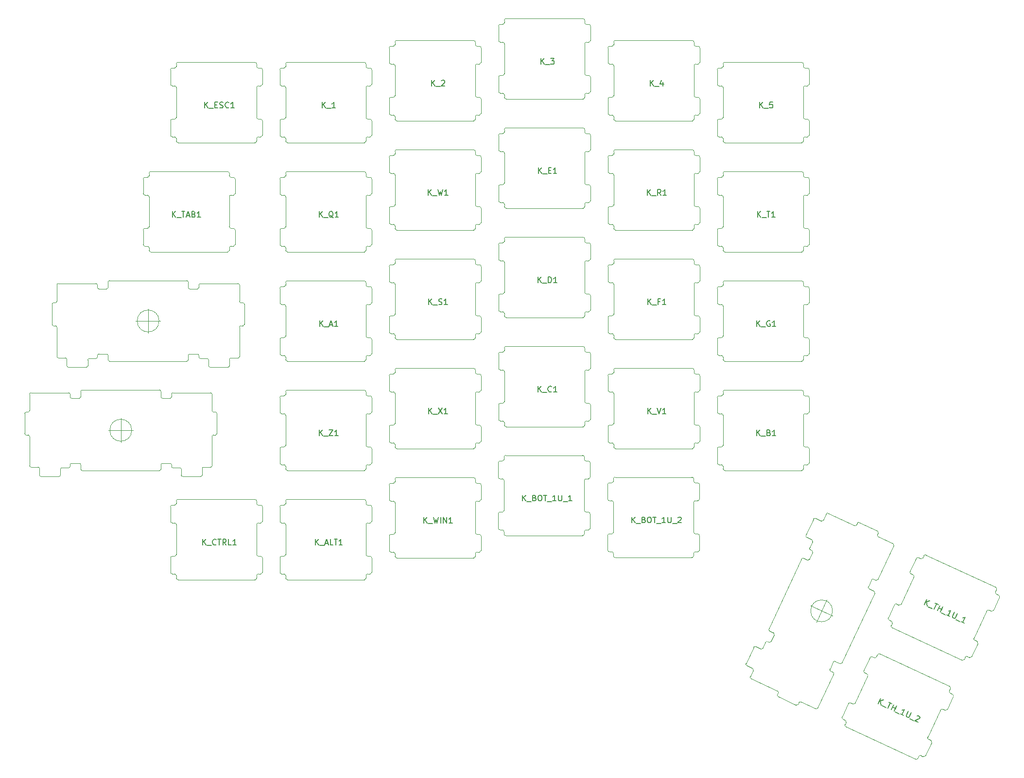
<source format=gbr>
G04 #@! TF.GenerationSoftware,KiCad,Pcbnew,(5.0.2)-1*
G04 #@! TF.CreationDate,2020-01-03T19:41:07+05:30*
G04 #@! TF.ProjectId,ergocape,6572676f-6361-4706-952e-6b696361645f,rev?*
G04 #@! TF.SameCoordinates,Original*
G04 #@! TF.FileFunction,Other,ECO1*
%FSLAX46Y46*%
G04 Gerber Fmt 4.6, Leading zero omitted, Abs format (unit mm)*
G04 Created by KiCad (PCBNEW (5.0.2)-1) date 1/3/2020 7:41:07 PM*
%MOMM*%
%LPD*%
G01*
G04 APERTURE LIST*
%ADD10C,0.100000*%
%ADD11C,0.150000*%
G04 APERTURE END LIST*
D10*
G04 #@! TO.C,K_1*
X76137500Y-33987500D02*
G75*
G02X76437500Y-33687500I300000J0D01*
G01*
X76137500Y-42887500D02*
G75*
G02X76437500Y-42587500I300000J0D01*
G01*
X92137500Y-45387500D02*
G75*
G02X91837500Y-45687500I-300000J0D01*
G01*
X92137500Y-36487500D02*
G75*
G02X91837500Y-36787500I-300000J0D01*
G01*
X76437500Y-36787500D02*
G75*
G02X76137500Y-36487500I0J300000D01*
G01*
X76837500Y-36787500D02*
G75*
G02X77137500Y-37087500I0J-300000D01*
G01*
X77137500Y-33387500D02*
G75*
G02X76837500Y-33687500I-300000J0D01*
G01*
X76137500Y-33987500D02*
X76137500Y-36487500D01*
X76837500Y-36787500D02*
X76437500Y-36787500D01*
X76437500Y-33687500D02*
X76837500Y-33687500D01*
X76837500Y-45687500D02*
G75*
G02X77137500Y-45987500I0J-300000D01*
G01*
X76437500Y-45687500D02*
G75*
G02X76137500Y-45387500I0J300000D01*
G01*
X76437500Y-42587500D02*
X76837500Y-42587500D01*
X76137500Y-42887500D02*
X76137500Y-45387500D01*
X76837500Y-45687500D02*
X76437500Y-45687500D01*
X77137500Y-42287500D02*
G75*
G02X76837500Y-42587500I-300000J0D01*
G01*
X91137500Y-45987500D02*
G75*
G02X91437500Y-45687500I300000J0D01*
G01*
X91437500Y-42587500D02*
X91837500Y-42587500D01*
X92137500Y-45387500D02*
X92137500Y-42887500D01*
X91837500Y-45687500D02*
X91437500Y-45687500D01*
X91837500Y-42587500D02*
G75*
G02X92137500Y-42887500I0J-300000D01*
G01*
X91437500Y-42587500D02*
G75*
G02X91137500Y-42287500I0J300000D01*
G01*
X91137500Y-32987500D02*
X91137500Y-33387500D01*
X91837500Y-33687500D02*
G75*
G02X92137500Y-33987500I0J-300000D01*
G01*
X91437500Y-33687500D02*
G75*
G02X91137500Y-33387500I0J300000D01*
G01*
X91137500Y-46387500D02*
G75*
G02X90837500Y-46687500I-300000J0D01*
G01*
X91137500Y-42287500D02*
X91137500Y-37087500D01*
X91837500Y-36787500D02*
X91437500Y-36787500D01*
X92137500Y-36487500D02*
X92137500Y-33987500D01*
X91437500Y-33687500D02*
X91837500Y-33687500D01*
X91137500Y-37087500D02*
G75*
G02X91437500Y-36787500I300000J0D01*
G01*
X90837500Y-32687500D02*
G75*
G02X91137500Y-32987500I0J-300000D01*
G01*
X91137500Y-45987500D02*
X91137500Y-46387500D01*
X77137500Y-33387500D02*
X77137500Y-32987500D01*
X77137500Y-37087500D02*
X77137500Y-42287500D01*
X90837500Y-32687500D02*
X77437500Y-32687500D01*
X77137500Y-32987500D02*
G75*
G02X77437500Y-32687500I300000J0D01*
G01*
X77137500Y-46387500D02*
X77137500Y-45987500D01*
X77437500Y-46687500D02*
G75*
G02X77137500Y-46387500I0J300000D01*
G01*
X90837500Y-46687500D02*
X77437500Y-46687500D01*
G04 #@! TO.C,K_2*
X109887500Y-42877500D02*
X96487500Y-42877500D01*
X96487500Y-42877500D02*
G75*
G02X96187500Y-42577500I0J300000D01*
G01*
X96187500Y-42577500D02*
X96187500Y-42177500D01*
X96187500Y-29177500D02*
G75*
G02X96487500Y-28877500I300000J0D01*
G01*
X109887500Y-28877500D02*
X96487500Y-28877500D01*
X96187500Y-33277500D02*
X96187500Y-38477500D01*
X96187500Y-29577500D02*
X96187500Y-29177500D01*
X110187500Y-42177500D02*
X110187500Y-42577500D01*
X109887500Y-28877500D02*
G75*
G02X110187500Y-29177500I0J-300000D01*
G01*
X110187500Y-33277500D02*
G75*
G02X110487500Y-32977500I300000J0D01*
G01*
X110487500Y-29877500D02*
X110887500Y-29877500D01*
X111187500Y-32677500D02*
X111187500Y-30177500D01*
X110887500Y-32977500D02*
X110487500Y-32977500D01*
X110187500Y-38477500D02*
X110187500Y-33277500D01*
X110187500Y-42577500D02*
G75*
G02X109887500Y-42877500I-300000J0D01*
G01*
X110487500Y-29877500D02*
G75*
G02X110187500Y-29577500I0J300000D01*
G01*
X110887500Y-29877500D02*
G75*
G02X111187500Y-30177500I0J-300000D01*
G01*
X110187500Y-29177500D02*
X110187500Y-29577500D01*
X110487500Y-38777500D02*
G75*
G02X110187500Y-38477500I0J300000D01*
G01*
X110887500Y-38777500D02*
G75*
G02X111187500Y-39077500I0J-300000D01*
G01*
X110887500Y-41877500D02*
X110487500Y-41877500D01*
X111187500Y-41577500D02*
X111187500Y-39077500D01*
X110487500Y-38777500D02*
X110887500Y-38777500D01*
X110187500Y-42177500D02*
G75*
G02X110487500Y-41877500I300000J0D01*
G01*
X96187500Y-38477500D02*
G75*
G02X95887500Y-38777500I-300000J0D01*
G01*
X95887500Y-41877500D02*
X95487500Y-41877500D01*
X95187500Y-39077500D02*
X95187500Y-41577500D01*
X95487500Y-38777500D02*
X95887500Y-38777500D01*
X95487500Y-41877500D02*
G75*
G02X95187500Y-41577500I0J300000D01*
G01*
X95887500Y-41877500D02*
G75*
G02X96187500Y-42177500I0J-300000D01*
G01*
X95487500Y-29877500D02*
X95887500Y-29877500D01*
X95887500Y-32977500D02*
X95487500Y-32977500D01*
X95187500Y-30177500D02*
X95187500Y-32677500D01*
X96187500Y-29577500D02*
G75*
G02X95887500Y-29877500I-300000J0D01*
G01*
X95887500Y-32977500D02*
G75*
G02X96187500Y-33277500I0J-300000D01*
G01*
X95487500Y-32977500D02*
G75*
G02X95187500Y-32677500I0J300000D01*
G01*
X111187500Y-32677500D02*
G75*
G02X110887500Y-32977500I-300000J0D01*
G01*
X111187500Y-41577500D02*
G75*
G02X110887500Y-41877500I-300000J0D01*
G01*
X95187500Y-39077500D02*
G75*
G02X95487500Y-38777500I300000J0D01*
G01*
X95187500Y-30177500D02*
G75*
G02X95487500Y-29877500I300000J0D01*
G01*
G04 #@! TO.C,K_3*
X114237500Y-26367500D02*
G75*
G02X114537500Y-26067500I300000J0D01*
G01*
X114237500Y-35267500D02*
G75*
G02X114537500Y-34967500I300000J0D01*
G01*
X130237500Y-37767500D02*
G75*
G02X129937500Y-38067500I-300000J0D01*
G01*
X130237500Y-28867500D02*
G75*
G02X129937500Y-29167500I-300000J0D01*
G01*
X114537500Y-29167500D02*
G75*
G02X114237500Y-28867500I0J300000D01*
G01*
X114937500Y-29167500D02*
G75*
G02X115237500Y-29467500I0J-300000D01*
G01*
X115237500Y-25767500D02*
G75*
G02X114937500Y-26067500I-300000J0D01*
G01*
X114237500Y-26367500D02*
X114237500Y-28867500D01*
X114937500Y-29167500D02*
X114537500Y-29167500D01*
X114537500Y-26067500D02*
X114937500Y-26067500D01*
X114937500Y-38067500D02*
G75*
G02X115237500Y-38367500I0J-300000D01*
G01*
X114537500Y-38067500D02*
G75*
G02X114237500Y-37767500I0J300000D01*
G01*
X114537500Y-34967500D02*
X114937500Y-34967500D01*
X114237500Y-35267500D02*
X114237500Y-37767500D01*
X114937500Y-38067500D02*
X114537500Y-38067500D01*
X115237500Y-34667500D02*
G75*
G02X114937500Y-34967500I-300000J0D01*
G01*
X129237500Y-38367500D02*
G75*
G02X129537500Y-38067500I300000J0D01*
G01*
X129537500Y-34967500D02*
X129937500Y-34967500D01*
X130237500Y-37767500D02*
X130237500Y-35267500D01*
X129937500Y-38067500D02*
X129537500Y-38067500D01*
X129937500Y-34967500D02*
G75*
G02X130237500Y-35267500I0J-300000D01*
G01*
X129537500Y-34967500D02*
G75*
G02X129237500Y-34667500I0J300000D01*
G01*
X129237500Y-25367500D02*
X129237500Y-25767500D01*
X129937500Y-26067500D02*
G75*
G02X130237500Y-26367500I0J-300000D01*
G01*
X129537500Y-26067500D02*
G75*
G02X129237500Y-25767500I0J300000D01*
G01*
X129237500Y-38767500D02*
G75*
G02X128937500Y-39067500I-300000J0D01*
G01*
X129237500Y-34667500D02*
X129237500Y-29467500D01*
X129937500Y-29167500D02*
X129537500Y-29167500D01*
X130237500Y-28867500D02*
X130237500Y-26367500D01*
X129537500Y-26067500D02*
X129937500Y-26067500D01*
X129237500Y-29467500D02*
G75*
G02X129537500Y-29167500I300000J0D01*
G01*
X128937500Y-25067500D02*
G75*
G02X129237500Y-25367500I0J-300000D01*
G01*
X129237500Y-38367500D02*
X129237500Y-38767500D01*
X115237500Y-25767500D02*
X115237500Y-25367500D01*
X115237500Y-29467500D02*
X115237500Y-34667500D01*
X128937500Y-25067500D02*
X115537500Y-25067500D01*
X115237500Y-25367500D02*
G75*
G02X115537500Y-25067500I300000J0D01*
G01*
X115237500Y-38767500D02*
X115237500Y-38367500D01*
X115537500Y-39067500D02*
G75*
G02X115237500Y-38767500I0J300000D01*
G01*
X128937500Y-39067500D02*
X115537500Y-39067500D01*
G04 #@! TO.C,K_4*
X147987500Y-42877500D02*
X134587500Y-42877500D01*
X134587500Y-42877500D02*
G75*
G02X134287500Y-42577500I0J300000D01*
G01*
X134287500Y-42577500D02*
X134287500Y-42177500D01*
X134287500Y-29177500D02*
G75*
G02X134587500Y-28877500I300000J0D01*
G01*
X147987500Y-28877500D02*
X134587500Y-28877500D01*
X134287500Y-33277500D02*
X134287500Y-38477500D01*
X134287500Y-29577500D02*
X134287500Y-29177500D01*
X148287500Y-42177500D02*
X148287500Y-42577500D01*
X147987500Y-28877500D02*
G75*
G02X148287500Y-29177500I0J-300000D01*
G01*
X148287500Y-33277500D02*
G75*
G02X148587500Y-32977500I300000J0D01*
G01*
X148587500Y-29877500D02*
X148987500Y-29877500D01*
X149287500Y-32677500D02*
X149287500Y-30177500D01*
X148987500Y-32977500D02*
X148587500Y-32977500D01*
X148287500Y-38477500D02*
X148287500Y-33277500D01*
X148287500Y-42577500D02*
G75*
G02X147987500Y-42877500I-300000J0D01*
G01*
X148587500Y-29877500D02*
G75*
G02X148287500Y-29577500I0J300000D01*
G01*
X148987500Y-29877500D02*
G75*
G02X149287500Y-30177500I0J-300000D01*
G01*
X148287500Y-29177500D02*
X148287500Y-29577500D01*
X148587500Y-38777500D02*
G75*
G02X148287500Y-38477500I0J300000D01*
G01*
X148987500Y-38777500D02*
G75*
G02X149287500Y-39077500I0J-300000D01*
G01*
X148987500Y-41877500D02*
X148587500Y-41877500D01*
X149287500Y-41577500D02*
X149287500Y-39077500D01*
X148587500Y-38777500D02*
X148987500Y-38777500D01*
X148287500Y-42177500D02*
G75*
G02X148587500Y-41877500I300000J0D01*
G01*
X134287500Y-38477500D02*
G75*
G02X133987500Y-38777500I-300000J0D01*
G01*
X133987500Y-41877500D02*
X133587500Y-41877500D01*
X133287500Y-39077500D02*
X133287500Y-41577500D01*
X133587500Y-38777500D02*
X133987500Y-38777500D01*
X133587500Y-41877500D02*
G75*
G02X133287500Y-41577500I0J300000D01*
G01*
X133987500Y-41877500D02*
G75*
G02X134287500Y-42177500I0J-300000D01*
G01*
X133587500Y-29877500D02*
X133987500Y-29877500D01*
X133987500Y-32977500D02*
X133587500Y-32977500D01*
X133287500Y-30177500D02*
X133287500Y-32677500D01*
X134287500Y-29577500D02*
G75*
G02X133987500Y-29877500I-300000J0D01*
G01*
X133987500Y-32977500D02*
G75*
G02X134287500Y-33277500I0J-300000D01*
G01*
X133587500Y-32977500D02*
G75*
G02X133287500Y-32677500I0J300000D01*
G01*
X149287500Y-32677500D02*
G75*
G02X148987500Y-32977500I-300000J0D01*
G01*
X149287500Y-41577500D02*
G75*
G02X148987500Y-41877500I-300000J0D01*
G01*
X133287500Y-39077500D02*
G75*
G02X133587500Y-38777500I300000J0D01*
G01*
X133287500Y-30177500D02*
G75*
G02X133587500Y-29877500I300000J0D01*
G01*
G04 #@! TO.C,K_5*
X152337500Y-33987500D02*
G75*
G02X152637500Y-33687500I300000J0D01*
G01*
X152337500Y-42887500D02*
G75*
G02X152637500Y-42587500I300000J0D01*
G01*
X168337500Y-45387500D02*
G75*
G02X168037500Y-45687500I-300000J0D01*
G01*
X168337500Y-36487500D02*
G75*
G02X168037500Y-36787500I-300000J0D01*
G01*
X152637500Y-36787500D02*
G75*
G02X152337500Y-36487500I0J300000D01*
G01*
X153037500Y-36787500D02*
G75*
G02X153337500Y-37087500I0J-300000D01*
G01*
X153337500Y-33387500D02*
G75*
G02X153037500Y-33687500I-300000J0D01*
G01*
X152337500Y-33987500D02*
X152337500Y-36487500D01*
X153037500Y-36787500D02*
X152637500Y-36787500D01*
X152637500Y-33687500D02*
X153037500Y-33687500D01*
X153037500Y-45687500D02*
G75*
G02X153337500Y-45987500I0J-300000D01*
G01*
X152637500Y-45687500D02*
G75*
G02X152337500Y-45387500I0J300000D01*
G01*
X152637500Y-42587500D02*
X153037500Y-42587500D01*
X152337500Y-42887500D02*
X152337500Y-45387500D01*
X153037500Y-45687500D02*
X152637500Y-45687500D01*
X153337500Y-42287500D02*
G75*
G02X153037500Y-42587500I-300000J0D01*
G01*
X167337500Y-45987500D02*
G75*
G02X167637500Y-45687500I300000J0D01*
G01*
X167637500Y-42587500D02*
X168037500Y-42587500D01*
X168337500Y-45387500D02*
X168337500Y-42887500D01*
X168037500Y-45687500D02*
X167637500Y-45687500D01*
X168037500Y-42587500D02*
G75*
G02X168337500Y-42887500I0J-300000D01*
G01*
X167637500Y-42587500D02*
G75*
G02X167337500Y-42287500I0J300000D01*
G01*
X167337500Y-32987500D02*
X167337500Y-33387500D01*
X168037500Y-33687500D02*
G75*
G02X168337500Y-33987500I0J-300000D01*
G01*
X167637500Y-33687500D02*
G75*
G02X167337500Y-33387500I0J300000D01*
G01*
X167337500Y-46387500D02*
G75*
G02X167037500Y-46687500I-300000J0D01*
G01*
X167337500Y-42287500D02*
X167337500Y-37087500D01*
X168037500Y-36787500D02*
X167637500Y-36787500D01*
X168337500Y-36487500D02*
X168337500Y-33987500D01*
X167637500Y-33687500D02*
X168037500Y-33687500D01*
X167337500Y-37087500D02*
G75*
G02X167637500Y-36787500I300000J0D01*
G01*
X167037500Y-32687500D02*
G75*
G02X167337500Y-32987500I0J-300000D01*
G01*
X167337500Y-45987500D02*
X167337500Y-46387500D01*
X153337500Y-33387500D02*
X153337500Y-32987500D01*
X153337500Y-37087500D02*
X153337500Y-42287500D01*
X167037500Y-32687500D02*
X153637500Y-32687500D01*
X153337500Y-32987500D02*
G75*
G02X153637500Y-32687500I300000J0D01*
G01*
X153337500Y-46387500D02*
X153337500Y-45987500D01*
X153637500Y-46687500D02*
G75*
G02X153337500Y-46387500I0J300000D01*
G01*
X167037500Y-46687500D02*
X153637500Y-46687500D01*
G04 #@! TO.C,K_A1*
X90837500Y-84787500D02*
X77437500Y-84787500D01*
X77437500Y-84787500D02*
G75*
G02X77137500Y-84487500I0J300000D01*
G01*
X77137500Y-84487500D02*
X77137500Y-84087500D01*
X77137500Y-71087500D02*
G75*
G02X77437500Y-70787500I300000J0D01*
G01*
X90837500Y-70787500D02*
X77437500Y-70787500D01*
X77137500Y-75187500D02*
X77137500Y-80387500D01*
X77137500Y-71487500D02*
X77137500Y-71087500D01*
X91137500Y-84087500D02*
X91137500Y-84487500D01*
X90837500Y-70787500D02*
G75*
G02X91137500Y-71087500I0J-300000D01*
G01*
X91137500Y-75187500D02*
G75*
G02X91437500Y-74887500I300000J0D01*
G01*
X91437500Y-71787500D02*
X91837500Y-71787500D01*
X92137500Y-74587500D02*
X92137500Y-72087500D01*
X91837500Y-74887500D02*
X91437500Y-74887500D01*
X91137500Y-80387500D02*
X91137500Y-75187500D01*
X91137500Y-84487500D02*
G75*
G02X90837500Y-84787500I-300000J0D01*
G01*
X91437500Y-71787500D02*
G75*
G02X91137500Y-71487500I0J300000D01*
G01*
X91837500Y-71787500D02*
G75*
G02X92137500Y-72087500I0J-300000D01*
G01*
X91137500Y-71087500D02*
X91137500Y-71487500D01*
X91437500Y-80687500D02*
G75*
G02X91137500Y-80387500I0J300000D01*
G01*
X91837500Y-80687500D02*
G75*
G02X92137500Y-80987500I0J-300000D01*
G01*
X91837500Y-83787500D02*
X91437500Y-83787500D01*
X92137500Y-83487500D02*
X92137500Y-80987500D01*
X91437500Y-80687500D02*
X91837500Y-80687500D01*
X91137500Y-84087500D02*
G75*
G02X91437500Y-83787500I300000J0D01*
G01*
X77137500Y-80387500D02*
G75*
G02X76837500Y-80687500I-300000J0D01*
G01*
X76837500Y-83787500D02*
X76437500Y-83787500D01*
X76137500Y-80987500D02*
X76137500Y-83487500D01*
X76437500Y-80687500D02*
X76837500Y-80687500D01*
X76437500Y-83787500D02*
G75*
G02X76137500Y-83487500I0J300000D01*
G01*
X76837500Y-83787500D02*
G75*
G02X77137500Y-84087500I0J-300000D01*
G01*
X76437500Y-71787500D02*
X76837500Y-71787500D01*
X76837500Y-74887500D02*
X76437500Y-74887500D01*
X76137500Y-72087500D02*
X76137500Y-74587500D01*
X77137500Y-71487500D02*
G75*
G02X76837500Y-71787500I-300000J0D01*
G01*
X76837500Y-74887500D02*
G75*
G02X77137500Y-75187500I0J-300000D01*
G01*
X76437500Y-74887500D02*
G75*
G02X76137500Y-74587500I0J300000D01*
G01*
X92137500Y-74587500D02*
G75*
G02X91837500Y-74887500I-300000J0D01*
G01*
X92137500Y-83487500D02*
G75*
G02X91837500Y-83787500I-300000J0D01*
G01*
X76137500Y-80987500D02*
G75*
G02X76437500Y-80687500I300000J0D01*
G01*
X76137500Y-72087500D02*
G75*
G02X76437500Y-71787500I300000J0D01*
G01*
G04 #@! TO.C,K_ALT1*
X76137500Y-110187500D02*
G75*
G02X76437500Y-109887500I300000J0D01*
G01*
X76137500Y-119087500D02*
G75*
G02X76437500Y-118787500I300000J0D01*
G01*
X92137500Y-121587500D02*
G75*
G02X91837500Y-121887500I-300000J0D01*
G01*
X92137500Y-112687500D02*
G75*
G02X91837500Y-112987500I-300000J0D01*
G01*
X76437500Y-112987500D02*
G75*
G02X76137500Y-112687500I0J300000D01*
G01*
X76837500Y-112987500D02*
G75*
G02X77137500Y-113287500I0J-300000D01*
G01*
X77137500Y-109587500D02*
G75*
G02X76837500Y-109887500I-300000J0D01*
G01*
X76137500Y-110187500D02*
X76137500Y-112687500D01*
X76837500Y-112987500D02*
X76437500Y-112987500D01*
X76437500Y-109887500D02*
X76837500Y-109887500D01*
X76837500Y-121887500D02*
G75*
G02X77137500Y-122187500I0J-300000D01*
G01*
X76437500Y-121887500D02*
G75*
G02X76137500Y-121587500I0J300000D01*
G01*
X76437500Y-118787500D02*
X76837500Y-118787500D01*
X76137500Y-119087500D02*
X76137500Y-121587500D01*
X76837500Y-121887500D02*
X76437500Y-121887500D01*
X77137500Y-118487500D02*
G75*
G02X76837500Y-118787500I-300000J0D01*
G01*
X91137500Y-122187500D02*
G75*
G02X91437500Y-121887500I300000J0D01*
G01*
X91437500Y-118787500D02*
X91837500Y-118787500D01*
X92137500Y-121587500D02*
X92137500Y-119087500D01*
X91837500Y-121887500D02*
X91437500Y-121887500D01*
X91837500Y-118787500D02*
G75*
G02X92137500Y-119087500I0J-300000D01*
G01*
X91437500Y-118787500D02*
G75*
G02X91137500Y-118487500I0J300000D01*
G01*
X91137500Y-109187500D02*
X91137500Y-109587500D01*
X91837500Y-109887500D02*
G75*
G02X92137500Y-110187500I0J-300000D01*
G01*
X91437500Y-109887500D02*
G75*
G02X91137500Y-109587500I0J300000D01*
G01*
X91137500Y-122587500D02*
G75*
G02X90837500Y-122887500I-300000J0D01*
G01*
X91137500Y-118487500D02*
X91137500Y-113287500D01*
X91837500Y-112987500D02*
X91437500Y-112987500D01*
X92137500Y-112687500D02*
X92137500Y-110187500D01*
X91437500Y-109887500D02*
X91837500Y-109887500D01*
X91137500Y-113287500D02*
G75*
G02X91437500Y-112987500I300000J0D01*
G01*
X90837500Y-108887500D02*
G75*
G02X91137500Y-109187500I0J-300000D01*
G01*
X91137500Y-122187500D02*
X91137500Y-122587500D01*
X77137500Y-109587500D02*
X77137500Y-109187500D01*
X77137500Y-113287500D02*
X77137500Y-118487500D01*
X90837500Y-108887500D02*
X77437500Y-108887500D01*
X77137500Y-109187500D02*
G75*
G02X77437500Y-108887500I300000J0D01*
G01*
X77137500Y-122587500D02*
X77137500Y-122187500D01*
X77437500Y-122887500D02*
G75*
G02X77137500Y-122587500I0J300000D01*
G01*
X90837500Y-122887500D02*
X77437500Y-122887500D01*
G04 #@! TO.C,K_B1*
X167037500Y-103837500D02*
X153637500Y-103837500D01*
X153637500Y-103837500D02*
G75*
G02X153337500Y-103537500I0J300000D01*
G01*
X153337500Y-103537500D02*
X153337500Y-103137500D01*
X153337500Y-90137500D02*
G75*
G02X153637500Y-89837500I300000J0D01*
G01*
X167037500Y-89837500D02*
X153637500Y-89837500D01*
X153337500Y-94237500D02*
X153337500Y-99437500D01*
X153337500Y-90537500D02*
X153337500Y-90137500D01*
X167337500Y-103137500D02*
X167337500Y-103537500D01*
X167037500Y-89837500D02*
G75*
G02X167337500Y-90137500I0J-300000D01*
G01*
X167337500Y-94237500D02*
G75*
G02X167637500Y-93937500I300000J0D01*
G01*
X167637500Y-90837500D02*
X168037500Y-90837500D01*
X168337500Y-93637500D02*
X168337500Y-91137500D01*
X168037500Y-93937500D02*
X167637500Y-93937500D01*
X167337500Y-99437500D02*
X167337500Y-94237500D01*
X167337500Y-103537500D02*
G75*
G02X167037500Y-103837500I-300000J0D01*
G01*
X167637500Y-90837500D02*
G75*
G02X167337500Y-90537500I0J300000D01*
G01*
X168037500Y-90837500D02*
G75*
G02X168337500Y-91137500I0J-300000D01*
G01*
X167337500Y-90137500D02*
X167337500Y-90537500D01*
X167637500Y-99737500D02*
G75*
G02X167337500Y-99437500I0J300000D01*
G01*
X168037500Y-99737500D02*
G75*
G02X168337500Y-100037500I0J-300000D01*
G01*
X168037500Y-102837500D02*
X167637500Y-102837500D01*
X168337500Y-102537500D02*
X168337500Y-100037500D01*
X167637500Y-99737500D02*
X168037500Y-99737500D01*
X167337500Y-103137500D02*
G75*
G02X167637500Y-102837500I300000J0D01*
G01*
X153337500Y-99437500D02*
G75*
G02X153037500Y-99737500I-300000J0D01*
G01*
X153037500Y-102837500D02*
X152637500Y-102837500D01*
X152337500Y-100037500D02*
X152337500Y-102537500D01*
X152637500Y-99737500D02*
X153037500Y-99737500D01*
X152637500Y-102837500D02*
G75*
G02X152337500Y-102537500I0J300000D01*
G01*
X153037500Y-102837500D02*
G75*
G02X153337500Y-103137500I0J-300000D01*
G01*
X152637500Y-90837500D02*
X153037500Y-90837500D01*
X153037500Y-93937500D02*
X152637500Y-93937500D01*
X152337500Y-91137500D02*
X152337500Y-93637500D01*
X153337500Y-90537500D02*
G75*
G02X153037500Y-90837500I-300000J0D01*
G01*
X153037500Y-93937500D02*
G75*
G02X153337500Y-94237500I0J-300000D01*
G01*
X152637500Y-93937500D02*
G75*
G02X152337500Y-93637500I0J300000D01*
G01*
X168337500Y-93637500D02*
G75*
G02X168037500Y-93937500I-300000J0D01*
G01*
X168337500Y-102537500D02*
G75*
G02X168037500Y-102837500I-300000J0D01*
G01*
X152337500Y-100037500D02*
G75*
G02X152637500Y-99737500I300000J0D01*
G01*
X152337500Y-91137500D02*
G75*
G02X152637500Y-90837500I300000J0D01*
G01*
G04 #@! TO.C,K_BOT_1U_1*
X114174000Y-102504000D02*
G75*
G02X114474000Y-102204000I300000J0D01*
G01*
X114174000Y-111404000D02*
G75*
G02X114474000Y-111104000I300000J0D01*
G01*
X130174000Y-113904000D02*
G75*
G02X129874000Y-114204000I-300000J0D01*
G01*
X130174000Y-105004000D02*
G75*
G02X129874000Y-105304000I-300000J0D01*
G01*
X114474000Y-105304000D02*
G75*
G02X114174000Y-105004000I0J300000D01*
G01*
X114874000Y-105304000D02*
G75*
G02X115174000Y-105604000I0J-300000D01*
G01*
X115174000Y-101904000D02*
G75*
G02X114874000Y-102204000I-300000J0D01*
G01*
X114174000Y-102504000D02*
X114174000Y-105004000D01*
X114874000Y-105304000D02*
X114474000Y-105304000D01*
X114474000Y-102204000D02*
X114874000Y-102204000D01*
X114874000Y-114204000D02*
G75*
G02X115174000Y-114504000I0J-300000D01*
G01*
X114474000Y-114204000D02*
G75*
G02X114174000Y-113904000I0J300000D01*
G01*
X114474000Y-111104000D02*
X114874000Y-111104000D01*
X114174000Y-111404000D02*
X114174000Y-113904000D01*
X114874000Y-114204000D02*
X114474000Y-114204000D01*
X115174000Y-110804000D02*
G75*
G02X114874000Y-111104000I-300000J0D01*
G01*
X129174000Y-114504000D02*
G75*
G02X129474000Y-114204000I300000J0D01*
G01*
X129474000Y-111104000D02*
X129874000Y-111104000D01*
X130174000Y-113904000D02*
X130174000Y-111404000D01*
X129874000Y-114204000D02*
X129474000Y-114204000D01*
X129874000Y-111104000D02*
G75*
G02X130174000Y-111404000I0J-300000D01*
G01*
X129474000Y-111104000D02*
G75*
G02X129174000Y-110804000I0J300000D01*
G01*
X129174000Y-101504000D02*
X129174000Y-101904000D01*
X129874000Y-102204000D02*
G75*
G02X130174000Y-102504000I0J-300000D01*
G01*
X129474000Y-102204000D02*
G75*
G02X129174000Y-101904000I0J300000D01*
G01*
X129174000Y-114904000D02*
G75*
G02X128874000Y-115204000I-300000J0D01*
G01*
X129174000Y-110804000D02*
X129174000Y-105604000D01*
X129874000Y-105304000D02*
X129474000Y-105304000D01*
X130174000Y-105004000D02*
X130174000Y-102504000D01*
X129474000Y-102204000D02*
X129874000Y-102204000D01*
X129174000Y-105604000D02*
G75*
G02X129474000Y-105304000I300000J0D01*
G01*
X128874000Y-101204000D02*
G75*
G02X129174000Y-101504000I0J-300000D01*
G01*
X129174000Y-114504000D02*
X129174000Y-114904000D01*
X115174000Y-101904000D02*
X115174000Y-101504000D01*
X115174000Y-105604000D02*
X115174000Y-110804000D01*
X128874000Y-101204000D02*
X115474000Y-101204000D01*
X115174000Y-101504000D02*
G75*
G02X115474000Y-101204000I300000J0D01*
G01*
X115174000Y-114904000D02*
X115174000Y-114504000D01*
X115474000Y-115204000D02*
G75*
G02X115174000Y-114904000I0J300000D01*
G01*
X128874000Y-115204000D02*
X115474000Y-115204000D01*
G04 #@! TO.C,K_BOT_1U_2*
X147924000Y-119014000D02*
X134524000Y-119014000D01*
X134524000Y-119014000D02*
G75*
G02X134224000Y-118714000I0J300000D01*
G01*
X134224000Y-118714000D02*
X134224000Y-118314000D01*
X134224000Y-105314000D02*
G75*
G02X134524000Y-105014000I300000J0D01*
G01*
X147924000Y-105014000D02*
X134524000Y-105014000D01*
X134224000Y-109414000D02*
X134224000Y-114614000D01*
X134224000Y-105714000D02*
X134224000Y-105314000D01*
X148224000Y-118314000D02*
X148224000Y-118714000D01*
X147924000Y-105014000D02*
G75*
G02X148224000Y-105314000I0J-300000D01*
G01*
X148224000Y-109414000D02*
G75*
G02X148524000Y-109114000I300000J0D01*
G01*
X148524000Y-106014000D02*
X148924000Y-106014000D01*
X149224000Y-108814000D02*
X149224000Y-106314000D01*
X148924000Y-109114000D02*
X148524000Y-109114000D01*
X148224000Y-114614000D02*
X148224000Y-109414000D01*
X148224000Y-118714000D02*
G75*
G02X147924000Y-119014000I-300000J0D01*
G01*
X148524000Y-106014000D02*
G75*
G02X148224000Y-105714000I0J300000D01*
G01*
X148924000Y-106014000D02*
G75*
G02X149224000Y-106314000I0J-300000D01*
G01*
X148224000Y-105314000D02*
X148224000Y-105714000D01*
X148524000Y-114914000D02*
G75*
G02X148224000Y-114614000I0J300000D01*
G01*
X148924000Y-114914000D02*
G75*
G02X149224000Y-115214000I0J-300000D01*
G01*
X148924000Y-118014000D02*
X148524000Y-118014000D01*
X149224000Y-117714000D02*
X149224000Y-115214000D01*
X148524000Y-114914000D02*
X148924000Y-114914000D01*
X148224000Y-118314000D02*
G75*
G02X148524000Y-118014000I300000J0D01*
G01*
X134224000Y-114614000D02*
G75*
G02X133924000Y-114914000I-300000J0D01*
G01*
X133924000Y-118014000D02*
X133524000Y-118014000D01*
X133224000Y-115214000D02*
X133224000Y-117714000D01*
X133524000Y-114914000D02*
X133924000Y-114914000D01*
X133524000Y-118014000D02*
G75*
G02X133224000Y-117714000I0J300000D01*
G01*
X133924000Y-118014000D02*
G75*
G02X134224000Y-118314000I0J-300000D01*
G01*
X133524000Y-106014000D02*
X133924000Y-106014000D01*
X133924000Y-109114000D02*
X133524000Y-109114000D01*
X133224000Y-106314000D02*
X133224000Y-108814000D01*
X134224000Y-105714000D02*
G75*
G02X133924000Y-106014000I-300000J0D01*
G01*
X133924000Y-109114000D02*
G75*
G02X134224000Y-109414000I0J-300000D01*
G01*
X133524000Y-109114000D02*
G75*
G02X133224000Y-108814000I0J300000D01*
G01*
X149224000Y-108814000D02*
G75*
G02X148924000Y-109114000I-300000J0D01*
G01*
X149224000Y-117714000D02*
G75*
G02X148924000Y-118014000I-300000J0D01*
G01*
X133224000Y-115214000D02*
G75*
G02X133524000Y-114914000I300000J0D01*
G01*
X133224000Y-106314000D02*
G75*
G02X133524000Y-106014000I300000J0D01*
G01*
G04 #@! TO.C,K_C1*
X114237500Y-83517500D02*
G75*
G02X114537500Y-83217500I300000J0D01*
G01*
X114237500Y-92417500D02*
G75*
G02X114537500Y-92117500I300000J0D01*
G01*
X130237500Y-94917500D02*
G75*
G02X129937500Y-95217500I-300000J0D01*
G01*
X130237500Y-86017500D02*
G75*
G02X129937500Y-86317500I-300000J0D01*
G01*
X114537500Y-86317500D02*
G75*
G02X114237500Y-86017500I0J300000D01*
G01*
X114937500Y-86317500D02*
G75*
G02X115237500Y-86617500I0J-300000D01*
G01*
X115237500Y-82917500D02*
G75*
G02X114937500Y-83217500I-300000J0D01*
G01*
X114237500Y-83517500D02*
X114237500Y-86017500D01*
X114937500Y-86317500D02*
X114537500Y-86317500D01*
X114537500Y-83217500D02*
X114937500Y-83217500D01*
X114937500Y-95217500D02*
G75*
G02X115237500Y-95517500I0J-300000D01*
G01*
X114537500Y-95217500D02*
G75*
G02X114237500Y-94917500I0J300000D01*
G01*
X114537500Y-92117500D02*
X114937500Y-92117500D01*
X114237500Y-92417500D02*
X114237500Y-94917500D01*
X114937500Y-95217500D02*
X114537500Y-95217500D01*
X115237500Y-91817500D02*
G75*
G02X114937500Y-92117500I-300000J0D01*
G01*
X129237500Y-95517500D02*
G75*
G02X129537500Y-95217500I300000J0D01*
G01*
X129537500Y-92117500D02*
X129937500Y-92117500D01*
X130237500Y-94917500D02*
X130237500Y-92417500D01*
X129937500Y-95217500D02*
X129537500Y-95217500D01*
X129937500Y-92117500D02*
G75*
G02X130237500Y-92417500I0J-300000D01*
G01*
X129537500Y-92117500D02*
G75*
G02X129237500Y-91817500I0J300000D01*
G01*
X129237500Y-82517500D02*
X129237500Y-82917500D01*
X129937500Y-83217500D02*
G75*
G02X130237500Y-83517500I0J-300000D01*
G01*
X129537500Y-83217500D02*
G75*
G02X129237500Y-82917500I0J300000D01*
G01*
X129237500Y-95917500D02*
G75*
G02X128937500Y-96217500I-300000J0D01*
G01*
X129237500Y-91817500D02*
X129237500Y-86617500D01*
X129937500Y-86317500D02*
X129537500Y-86317500D01*
X130237500Y-86017500D02*
X130237500Y-83517500D01*
X129537500Y-83217500D02*
X129937500Y-83217500D01*
X129237500Y-86617500D02*
G75*
G02X129537500Y-86317500I300000J0D01*
G01*
X128937500Y-82217500D02*
G75*
G02X129237500Y-82517500I0J-300000D01*
G01*
X129237500Y-95517500D02*
X129237500Y-95917500D01*
X115237500Y-82917500D02*
X115237500Y-82517500D01*
X115237500Y-86617500D02*
X115237500Y-91817500D01*
X128937500Y-82217500D02*
X115537500Y-82217500D01*
X115237500Y-82517500D02*
G75*
G02X115537500Y-82217500I300000J0D01*
G01*
X115237500Y-95917500D02*
X115237500Y-95517500D01*
X115537500Y-96217500D02*
G75*
G02X115237500Y-95917500I0J300000D01*
G01*
X128937500Y-96217500D02*
X115537500Y-96217500D01*
G04 #@! TO.C,K_CTRL1*
X57087500Y-110187500D02*
G75*
G02X57387500Y-109887500I300000J0D01*
G01*
X57087500Y-119087500D02*
G75*
G02X57387500Y-118787500I300000J0D01*
G01*
X73087500Y-121587500D02*
G75*
G02X72787500Y-121887500I-300000J0D01*
G01*
X73087500Y-112687500D02*
G75*
G02X72787500Y-112987500I-300000J0D01*
G01*
X57387500Y-112987500D02*
G75*
G02X57087500Y-112687500I0J300000D01*
G01*
X57787500Y-112987500D02*
G75*
G02X58087500Y-113287500I0J-300000D01*
G01*
X58087500Y-109587500D02*
G75*
G02X57787500Y-109887500I-300000J0D01*
G01*
X57087500Y-110187500D02*
X57087500Y-112687500D01*
X57787500Y-112987500D02*
X57387500Y-112987500D01*
X57387500Y-109887500D02*
X57787500Y-109887500D01*
X57787500Y-121887500D02*
G75*
G02X58087500Y-122187500I0J-300000D01*
G01*
X57387500Y-121887500D02*
G75*
G02X57087500Y-121587500I0J300000D01*
G01*
X57387500Y-118787500D02*
X57787500Y-118787500D01*
X57087500Y-119087500D02*
X57087500Y-121587500D01*
X57787500Y-121887500D02*
X57387500Y-121887500D01*
X58087500Y-118487500D02*
G75*
G02X57787500Y-118787500I-300000J0D01*
G01*
X72087500Y-122187500D02*
G75*
G02X72387500Y-121887500I300000J0D01*
G01*
X72387500Y-118787500D02*
X72787500Y-118787500D01*
X73087500Y-121587500D02*
X73087500Y-119087500D01*
X72787500Y-121887500D02*
X72387500Y-121887500D01*
X72787500Y-118787500D02*
G75*
G02X73087500Y-119087500I0J-300000D01*
G01*
X72387500Y-118787500D02*
G75*
G02X72087500Y-118487500I0J300000D01*
G01*
X72087500Y-109187500D02*
X72087500Y-109587500D01*
X72787500Y-109887500D02*
G75*
G02X73087500Y-110187500I0J-300000D01*
G01*
X72387500Y-109887500D02*
G75*
G02X72087500Y-109587500I0J300000D01*
G01*
X72087500Y-122587500D02*
G75*
G02X71787500Y-122887500I-300000J0D01*
G01*
X72087500Y-118487500D02*
X72087500Y-113287500D01*
X72787500Y-112987500D02*
X72387500Y-112987500D01*
X73087500Y-112687500D02*
X73087500Y-110187500D01*
X72387500Y-109887500D02*
X72787500Y-109887500D01*
X72087500Y-113287500D02*
G75*
G02X72387500Y-112987500I300000J0D01*
G01*
X71787500Y-108887500D02*
G75*
G02X72087500Y-109187500I0J-300000D01*
G01*
X72087500Y-122187500D02*
X72087500Y-122587500D01*
X58087500Y-109587500D02*
X58087500Y-109187500D01*
X58087500Y-113287500D02*
X58087500Y-118487500D01*
X71787500Y-108887500D02*
X58387500Y-108887500D01*
X58087500Y-109187500D02*
G75*
G02X58387500Y-108887500I300000J0D01*
G01*
X58087500Y-122587500D02*
X58087500Y-122187500D01*
X58387500Y-122887500D02*
G75*
G02X58087500Y-122587500I0J300000D01*
G01*
X71787500Y-122887500D02*
X58387500Y-122887500D01*
G04 #@! TO.C,K_D1*
X128937500Y-77167500D02*
X115537500Y-77167500D01*
X115537500Y-77167500D02*
G75*
G02X115237500Y-76867500I0J300000D01*
G01*
X115237500Y-76867500D02*
X115237500Y-76467500D01*
X115237500Y-63467500D02*
G75*
G02X115537500Y-63167500I300000J0D01*
G01*
X128937500Y-63167500D02*
X115537500Y-63167500D01*
X115237500Y-67567500D02*
X115237500Y-72767500D01*
X115237500Y-63867500D02*
X115237500Y-63467500D01*
X129237500Y-76467500D02*
X129237500Y-76867500D01*
X128937500Y-63167500D02*
G75*
G02X129237500Y-63467500I0J-300000D01*
G01*
X129237500Y-67567500D02*
G75*
G02X129537500Y-67267500I300000J0D01*
G01*
X129537500Y-64167500D02*
X129937500Y-64167500D01*
X130237500Y-66967500D02*
X130237500Y-64467500D01*
X129937500Y-67267500D02*
X129537500Y-67267500D01*
X129237500Y-72767500D02*
X129237500Y-67567500D01*
X129237500Y-76867500D02*
G75*
G02X128937500Y-77167500I-300000J0D01*
G01*
X129537500Y-64167500D02*
G75*
G02X129237500Y-63867500I0J300000D01*
G01*
X129937500Y-64167500D02*
G75*
G02X130237500Y-64467500I0J-300000D01*
G01*
X129237500Y-63467500D02*
X129237500Y-63867500D01*
X129537500Y-73067500D02*
G75*
G02X129237500Y-72767500I0J300000D01*
G01*
X129937500Y-73067500D02*
G75*
G02X130237500Y-73367500I0J-300000D01*
G01*
X129937500Y-76167500D02*
X129537500Y-76167500D01*
X130237500Y-75867500D02*
X130237500Y-73367500D01*
X129537500Y-73067500D02*
X129937500Y-73067500D01*
X129237500Y-76467500D02*
G75*
G02X129537500Y-76167500I300000J0D01*
G01*
X115237500Y-72767500D02*
G75*
G02X114937500Y-73067500I-300000J0D01*
G01*
X114937500Y-76167500D02*
X114537500Y-76167500D01*
X114237500Y-73367500D02*
X114237500Y-75867500D01*
X114537500Y-73067500D02*
X114937500Y-73067500D01*
X114537500Y-76167500D02*
G75*
G02X114237500Y-75867500I0J300000D01*
G01*
X114937500Y-76167500D02*
G75*
G02X115237500Y-76467500I0J-300000D01*
G01*
X114537500Y-64167500D02*
X114937500Y-64167500D01*
X114937500Y-67267500D02*
X114537500Y-67267500D01*
X114237500Y-64467500D02*
X114237500Y-66967500D01*
X115237500Y-63867500D02*
G75*
G02X114937500Y-64167500I-300000J0D01*
G01*
X114937500Y-67267500D02*
G75*
G02X115237500Y-67567500I0J-300000D01*
G01*
X114537500Y-67267500D02*
G75*
G02X114237500Y-66967500I0J300000D01*
G01*
X130237500Y-66967500D02*
G75*
G02X129937500Y-67267500I-300000J0D01*
G01*
X130237500Y-75867500D02*
G75*
G02X129937500Y-76167500I-300000J0D01*
G01*
X114237500Y-73367500D02*
G75*
G02X114537500Y-73067500I300000J0D01*
G01*
X114237500Y-64467500D02*
G75*
G02X114537500Y-64167500I300000J0D01*
G01*
G04 #@! TO.C,K_E1*
X114237500Y-45417500D02*
G75*
G02X114537500Y-45117500I300000J0D01*
G01*
X114237500Y-54317500D02*
G75*
G02X114537500Y-54017500I300000J0D01*
G01*
X130237500Y-56817500D02*
G75*
G02X129937500Y-57117500I-300000J0D01*
G01*
X130237500Y-47917500D02*
G75*
G02X129937500Y-48217500I-300000J0D01*
G01*
X114537500Y-48217500D02*
G75*
G02X114237500Y-47917500I0J300000D01*
G01*
X114937500Y-48217500D02*
G75*
G02X115237500Y-48517500I0J-300000D01*
G01*
X115237500Y-44817500D02*
G75*
G02X114937500Y-45117500I-300000J0D01*
G01*
X114237500Y-45417500D02*
X114237500Y-47917500D01*
X114937500Y-48217500D02*
X114537500Y-48217500D01*
X114537500Y-45117500D02*
X114937500Y-45117500D01*
X114937500Y-57117500D02*
G75*
G02X115237500Y-57417500I0J-300000D01*
G01*
X114537500Y-57117500D02*
G75*
G02X114237500Y-56817500I0J300000D01*
G01*
X114537500Y-54017500D02*
X114937500Y-54017500D01*
X114237500Y-54317500D02*
X114237500Y-56817500D01*
X114937500Y-57117500D02*
X114537500Y-57117500D01*
X115237500Y-53717500D02*
G75*
G02X114937500Y-54017500I-300000J0D01*
G01*
X129237500Y-57417500D02*
G75*
G02X129537500Y-57117500I300000J0D01*
G01*
X129537500Y-54017500D02*
X129937500Y-54017500D01*
X130237500Y-56817500D02*
X130237500Y-54317500D01*
X129937500Y-57117500D02*
X129537500Y-57117500D01*
X129937500Y-54017500D02*
G75*
G02X130237500Y-54317500I0J-300000D01*
G01*
X129537500Y-54017500D02*
G75*
G02X129237500Y-53717500I0J300000D01*
G01*
X129237500Y-44417500D02*
X129237500Y-44817500D01*
X129937500Y-45117500D02*
G75*
G02X130237500Y-45417500I0J-300000D01*
G01*
X129537500Y-45117500D02*
G75*
G02X129237500Y-44817500I0J300000D01*
G01*
X129237500Y-57817500D02*
G75*
G02X128937500Y-58117500I-300000J0D01*
G01*
X129237500Y-53717500D02*
X129237500Y-48517500D01*
X129937500Y-48217500D02*
X129537500Y-48217500D01*
X130237500Y-47917500D02*
X130237500Y-45417500D01*
X129537500Y-45117500D02*
X129937500Y-45117500D01*
X129237500Y-48517500D02*
G75*
G02X129537500Y-48217500I300000J0D01*
G01*
X128937500Y-44117500D02*
G75*
G02X129237500Y-44417500I0J-300000D01*
G01*
X129237500Y-57417500D02*
X129237500Y-57817500D01*
X115237500Y-44817500D02*
X115237500Y-44417500D01*
X115237500Y-48517500D02*
X115237500Y-53717500D01*
X128937500Y-44117500D02*
X115537500Y-44117500D01*
X115237500Y-44417500D02*
G75*
G02X115537500Y-44117500I300000J0D01*
G01*
X115237500Y-57817500D02*
X115237500Y-57417500D01*
X115537500Y-58117500D02*
G75*
G02X115237500Y-57817500I0J300000D01*
G01*
X128937500Y-58117500D02*
X115537500Y-58117500D01*
G04 #@! TO.C,K_ENTER_rev_2.25u_1*
X39015670Y-85592920D02*
X39015670Y-84472134D01*
X42408461Y-85846920D02*
X39269670Y-85846920D01*
X42662461Y-84584346D02*
X42662461Y-85592920D01*
X44091595Y-84330346D02*
X42916461Y-84330346D01*
X44345595Y-83798882D02*
X44345595Y-84076346D01*
X45943044Y-83544882D02*
X44599595Y-83544882D01*
X46197044Y-84536258D02*
X46197044Y-83798882D01*
X37022431Y-78604184D02*
X36688864Y-78604184D01*
X36434864Y-78350184D02*
X36434864Y-74872133D01*
X44345595Y-71504111D02*
X44345595Y-71935861D01*
X46197044Y-71935861D02*
X46197044Y-71001357D01*
X46451044Y-70747357D02*
X59913062Y-70747357D01*
X60167062Y-71001357D02*
X60167062Y-71935861D01*
X60421062Y-72189861D02*
X61764510Y-72189861D01*
X62018510Y-71935861D02*
X62018510Y-71504111D01*
X38761670Y-84218134D02*
X37530431Y-84218134D01*
X36688864Y-74618133D02*
X37022431Y-74618133D01*
X37530431Y-71250111D02*
X44091595Y-71250111D01*
X53182062Y-75700357D02*
X53182062Y-79891357D01*
X51023062Y-77786279D02*
X55341062Y-77786361D01*
X44599595Y-72189861D02*
X45943044Y-72189861D01*
X62272510Y-71250111D02*
X68833676Y-71250111D01*
X69087676Y-71504111D02*
X69087676Y-74364133D01*
X69341676Y-74618133D02*
X69675245Y-74618133D01*
X69929245Y-74872133D02*
X69929245Y-78350184D01*
X69675245Y-78604184D02*
X69341676Y-78604184D01*
X69087676Y-78858184D02*
X69087676Y-83964134D01*
X68833676Y-84218134D02*
X67602439Y-84218134D01*
X67348439Y-84472134D02*
X67348439Y-85592920D01*
X67094439Y-85846920D02*
X63955649Y-85846920D01*
X63701649Y-85592920D02*
X63701649Y-84584346D01*
X63447649Y-84330346D02*
X62272510Y-84330346D01*
X62018510Y-84076346D02*
X62018510Y-83798882D01*
X61764510Y-83544882D02*
X60421062Y-83544882D01*
X60167062Y-83798882D02*
X60167062Y-84536258D01*
X59913062Y-84790258D02*
X46451044Y-84790258D01*
X37276431Y-74364133D02*
X37276431Y-71504111D01*
X37276431Y-83964134D02*
X37276431Y-78858184D01*
X55085438Y-77787500D02*
G75*
G03X55085438Y-77787500I-1904188J0D01*
G01*
X44345595Y-71504111D02*
G75*
G03X44091595Y-71250111I-254000J0D01*
G01*
X37530431Y-71250111D02*
G75*
G03X37276431Y-71504111I0J-254000D01*
G01*
X37022431Y-74618133D02*
G75*
G03X37276431Y-74364133I0J254000D01*
G01*
X36688864Y-74618133D02*
G75*
G03X36434864Y-74872133I0J-254000D01*
G01*
X36434864Y-78350184D02*
G75*
G03X36688864Y-78604184I254000J0D01*
G01*
X37276431Y-78858184D02*
G75*
G03X37022431Y-78604184I-254000J0D01*
G01*
X37276431Y-83964134D02*
G75*
G03X37530431Y-84218134I254000J0D01*
G01*
X39015670Y-84472134D02*
G75*
G03X38761670Y-84218134I-254000J0D01*
G01*
X39015670Y-85592920D02*
G75*
G03X39269670Y-85846920I254000J0D01*
G01*
X42408461Y-85846920D02*
G75*
G03X42662461Y-85592920I0J254000D01*
G01*
X42916461Y-84330346D02*
G75*
G03X42662461Y-84584346I0J-254000D01*
G01*
X44091595Y-84330346D02*
G75*
G03X44345595Y-84076346I0J254000D01*
G01*
X44599595Y-83544882D02*
G75*
G03X44345595Y-83798882I0J-254000D01*
G01*
X46197044Y-83798882D02*
G75*
G03X45943044Y-83544882I-254000J0D01*
G01*
X46197044Y-84536258D02*
G75*
G03X46451044Y-84790258I254000J0D01*
G01*
X45943044Y-72189861D02*
G75*
G03X46197044Y-71935861I0J254000D01*
G01*
X46451044Y-70747357D02*
G75*
G03X46197044Y-71001357I0J-254000D01*
G01*
X44345595Y-71935861D02*
G75*
G03X44599595Y-72189861I254000J0D01*
G01*
X60421062Y-83544882D02*
G75*
G03X60167062Y-83798882I0J-254000D01*
G01*
X62018510Y-83798882D02*
G75*
G03X61764510Y-83544882I-254000J0D01*
G01*
X62018510Y-84076346D02*
G75*
G03X62272510Y-84330346I254000J0D01*
G01*
X63701649Y-84584346D02*
G75*
G03X63447649Y-84330346I-254000J0D01*
G01*
X63701649Y-85592920D02*
G75*
G03X63955649Y-85846920I254000J0D01*
G01*
X67094439Y-85846920D02*
G75*
G03X67348439Y-85592920I0J254000D01*
G01*
X67602439Y-84218134D02*
G75*
G03X67348439Y-84472134I0J-254000D01*
G01*
X68833676Y-84218134D02*
G75*
G03X69087676Y-83964134I0J254000D01*
G01*
X69341676Y-78604184D02*
G75*
G03X69087676Y-78858184I0J-254000D01*
G01*
X69929245Y-74872133D02*
G75*
G03X69675245Y-74618133I-254000J0D01*
G01*
X69087676Y-74364133D02*
G75*
G03X69341676Y-74618133I254000J0D01*
G01*
X69087676Y-71504111D02*
G75*
G03X68833676Y-71250111I-254000J0D01*
G01*
X62272510Y-71250111D02*
G75*
G03X62018510Y-71504111I0J-254000D01*
G01*
X61764510Y-72189861D02*
G75*
G03X62018510Y-71935861I0J254000D01*
G01*
X60167062Y-71935861D02*
G75*
G03X60421062Y-72189861I254000J0D01*
G01*
X60167062Y-71001357D02*
G75*
G03X59913062Y-70747357I-254000J0D01*
G01*
X59913062Y-84790258D02*
G75*
G03X60167062Y-84536258I0J254000D01*
G01*
X69675245Y-78604184D02*
G75*
G03X69929245Y-78350184I0J254000D01*
G01*
G04 #@! TO.C,K_ESC1*
X57087500Y-33987500D02*
G75*
G02X57387500Y-33687500I300000J0D01*
G01*
X57087500Y-42887500D02*
G75*
G02X57387500Y-42587500I300000J0D01*
G01*
X73087500Y-45387500D02*
G75*
G02X72787500Y-45687500I-300000J0D01*
G01*
X73087500Y-36487500D02*
G75*
G02X72787500Y-36787500I-300000J0D01*
G01*
X57387500Y-36787500D02*
G75*
G02X57087500Y-36487500I0J300000D01*
G01*
X57787500Y-36787500D02*
G75*
G02X58087500Y-37087500I0J-300000D01*
G01*
X58087500Y-33387500D02*
G75*
G02X57787500Y-33687500I-300000J0D01*
G01*
X57087500Y-33987500D02*
X57087500Y-36487500D01*
X57787500Y-36787500D02*
X57387500Y-36787500D01*
X57387500Y-33687500D02*
X57787500Y-33687500D01*
X57787500Y-45687500D02*
G75*
G02X58087500Y-45987500I0J-300000D01*
G01*
X57387500Y-45687500D02*
G75*
G02X57087500Y-45387500I0J300000D01*
G01*
X57387500Y-42587500D02*
X57787500Y-42587500D01*
X57087500Y-42887500D02*
X57087500Y-45387500D01*
X57787500Y-45687500D02*
X57387500Y-45687500D01*
X58087500Y-42287500D02*
G75*
G02X57787500Y-42587500I-300000J0D01*
G01*
X72087500Y-45987500D02*
G75*
G02X72387500Y-45687500I300000J0D01*
G01*
X72387500Y-42587500D02*
X72787500Y-42587500D01*
X73087500Y-45387500D02*
X73087500Y-42887500D01*
X72787500Y-45687500D02*
X72387500Y-45687500D01*
X72787500Y-42587500D02*
G75*
G02X73087500Y-42887500I0J-300000D01*
G01*
X72387500Y-42587500D02*
G75*
G02X72087500Y-42287500I0J300000D01*
G01*
X72087500Y-32987500D02*
X72087500Y-33387500D01*
X72787500Y-33687500D02*
G75*
G02X73087500Y-33987500I0J-300000D01*
G01*
X72387500Y-33687500D02*
G75*
G02X72087500Y-33387500I0J300000D01*
G01*
X72087500Y-46387500D02*
G75*
G02X71787500Y-46687500I-300000J0D01*
G01*
X72087500Y-42287500D02*
X72087500Y-37087500D01*
X72787500Y-36787500D02*
X72387500Y-36787500D01*
X73087500Y-36487500D02*
X73087500Y-33987500D01*
X72387500Y-33687500D02*
X72787500Y-33687500D01*
X72087500Y-37087500D02*
G75*
G02X72387500Y-36787500I300000J0D01*
G01*
X71787500Y-32687500D02*
G75*
G02X72087500Y-32987500I0J-300000D01*
G01*
X72087500Y-45987500D02*
X72087500Y-46387500D01*
X58087500Y-33387500D02*
X58087500Y-32987500D01*
X58087500Y-37087500D02*
X58087500Y-42287500D01*
X71787500Y-32687500D02*
X58387500Y-32687500D01*
X58087500Y-32987500D02*
G75*
G02X58387500Y-32687500I300000J0D01*
G01*
X58087500Y-46387500D02*
X58087500Y-45987500D01*
X58387500Y-46687500D02*
G75*
G02X58087500Y-46387500I0J300000D01*
G01*
X71787500Y-46687500D02*
X58387500Y-46687500D01*
G04 #@! TO.C,K_F1*
X133287500Y-68277500D02*
G75*
G02X133587500Y-67977500I300000J0D01*
G01*
X133287500Y-77177500D02*
G75*
G02X133587500Y-76877500I300000J0D01*
G01*
X149287500Y-79677500D02*
G75*
G02X148987500Y-79977500I-300000J0D01*
G01*
X149287500Y-70777500D02*
G75*
G02X148987500Y-71077500I-300000J0D01*
G01*
X133587500Y-71077500D02*
G75*
G02X133287500Y-70777500I0J300000D01*
G01*
X133987500Y-71077500D02*
G75*
G02X134287500Y-71377500I0J-300000D01*
G01*
X134287500Y-67677500D02*
G75*
G02X133987500Y-67977500I-300000J0D01*
G01*
X133287500Y-68277500D02*
X133287500Y-70777500D01*
X133987500Y-71077500D02*
X133587500Y-71077500D01*
X133587500Y-67977500D02*
X133987500Y-67977500D01*
X133987500Y-79977500D02*
G75*
G02X134287500Y-80277500I0J-300000D01*
G01*
X133587500Y-79977500D02*
G75*
G02X133287500Y-79677500I0J300000D01*
G01*
X133587500Y-76877500D02*
X133987500Y-76877500D01*
X133287500Y-77177500D02*
X133287500Y-79677500D01*
X133987500Y-79977500D02*
X133587500Y-79977500D01*
X134287500Y-76577500D02*
G75*
G02X133987500Y-76877500I-300000J0D01*
G01*
X148287500Y-80277500D02*
G75*
G02X148587500Y-79977500I300000J0D01*
G01*
X148587500Y-76877500D02*
X148987500Y-76877500D01*
X149287500Y-79677500D02*
X149287500Y-77177500D01*
X148987500Y-79977500D02*
X148587500Y-79977500D01*
X148987500Y-76877500D02*
G75*
G02X149287500Y-77177500I0J-300000D01*
G01*
X148587500Y-76877500D02*
G75*
G02X148287500Y-76577500I0J300000D01*
G01*
X148287500Y-67277500D02*
X148287500Y-67677500D01*
X148987500Y-67977500D02*
G75*
G02X149287500Y-68277500I0J-300000D01*
G01*
X148587500Y-67977500D02*
G75*
G02X148287500Y-67677500I0J300000D01*
G01*
X148287500Y-80677500D02*
G75*
G02X147987500Y-80977500I-300000J0D01*
G01*
X148287500Y-76577500D02*
X148287500Y-71377500D01*
X148987500Y-71077500D02*
X148587500Y-71077500D01*
X149287500Y-70777500D02*
X149287500Y-68277500D01*
X148587500Y-67977500D02*
X148987500Y-67977500D01*
X148287500Y-71377500D02*
G75*
G02X148587500Y-71077500I300000J0D01*
G01*
X147987500Y-66977500D02*
G75*
G02X148287500Y-67277500I0J-300000D01*
G01*
X148287500Y-80277500D02*
X148287500Y-80677500D01*
X134287500Y-67677500D02*
X134287500Y-67277500D01*
X134287500Y-71377500D02*
X134287500Y-76577500D01*
X147987500Y-66977500D02*
X134587500Y-66977500D01*
X134287500Y-67277500D02*
G75*
G02X134587500Y-66977500I300000J0D01*
G01*
X134287500Y-80677500D02*
X134287500Y-80277500D01*
X134587500Y-80977500D02*
G75*
G02X134287500Y-80677500I0J300000D01*
G01*
X147987500Y-80977500D02*
X134587500Y-80977500D01*
G04 #@! TO.C,K_G1*
X167037500Y-84787500D02*
X153637500Y-84787500D01*
X153637500Y-84787500D02*
G75*
G02X153337500Y-84487500I0J300000D01*
G01*
X153337500Y-84487500D02*
X153337500Y-84087500D01*
X153337500Y-71087500D02*
G75*
G02X153637500Y-70787500I300000J0D01*
G01*
X167037500Y-70787500D02*
X153637500Y-70787500D01*
X153337500Y-75187500D02*
X153337500Y-80387500D01*
X153337500Y-71487500D02*
X153337500Y-71087500D01*
X167337500Y-84087500D02*
X167337500Y-84487500D01*
X167037500Y-70787500D02*
G75*
G02X167337500Y-71087500I0J-300000D01*
G01*
X167337500Y-75187500D02*
G75*
G02X167637500Y-74887500I300000J0D01*
G01*
X167637500Y-71787500D02*
X168037500Y-71787500D01*
X168337500Y-74587500D02*
X168337500Y-72087500D01*
X168037500Y-74887500D02*
X167637500Y-74887500D01*
X167337500Y-80387500D02*
X167337500Y-75187500D01*
X167337500Y-84487500D02*
G75*
G02X167037500Y-84787500I-300000J0D01*
G01*
X167637500Y-71787500D02*
G75*
G02X167337500Y-71487500I0J300000D01*
G01*
X168037500Y-71787500D02*
G75*
G02X168337500Y-72087500I0J-300000D01*
G01*
X167337500Y-71087500D02*
X167337500Y-71487500D01*
X167637500Y-80687500D02*
G75*
G02X167337500Y-80387500I0J300000D01*
G01*
X168037500Y-80687500D02*
G75*
G02X168337500Y-80987500I0J-300000D01*
G01*
X168037500Y-83787500D02*
X167637500Y-83787500D01*
X168337500Y-83487500D02*
X168337500Y-80987500D01*
X167637500Y-80687500D02*
X168037500Y-80687500D01*
X167337500Y-84087500D02*
G75*
G02X167637500Y-83787500I300000J0D01*
G01*
X153337500Y-80387500D02*
G75*
G02X153037500Y-80687500I-300000J0D01*
G01*
X153037500Y-83787500D02*
X152637500Y-83787500D01*
X152337500Y-80987500D02*
X152337500Y-83487500D01*
X152637500Y-80687500D02*
X153037500Y-80687500D01*
X152637500Y-83787500D02*
G75*
G02X152337500Y-83487500I0J300000D01*
G01*
X153037500Y-83787500D02*
G75*
G02X153337500Y-84087500I0J-300000D01*
G01*
X152637500Y-71787500D02*
X153037500Y-71787500D01*
X153037500Y-74887500D02*
X152637500Y-74887500D01*
X152337500Y-72087500D02*
X152337500Y-74587500D01*
X153337500Y-71487500D02*
G75*
G02X153037500Y-71787500I-300000J0D01*
G01*
X153037500Y-74887500D02*
G75*
G02X153337500Y-75187500I0J-300000D01*
G01*
X152637500Y-74887500D02*
G75*
G02X152337500Y-74587500I0J300000D01*
G01*
X168337500Y-74587500D02*
G75*
G02X168037500Y-74887500I-300000J0D01*
G01*
X168337500Y-83487500D02*
G75*
G02X168037500Y-83787500I-300000J0D01*
G01*
X152337500Y-80987500D02*
G75*
G02X152637500Y-80687500I300000J0D01*
G01*
X152337500Y-72087500D02*
G75*
G02X152637500Y-71787500I300000J0D01*
G01*
G04 #@! TO.C,K_Q1*
X90837500Y-65737500D02*
X77437500Y-65737500D01*
X77437500Y-65737500D02*
G75*
G02X77137500Y-65437500I0J300000D01*
G01*
X77137500Y-65437500D02*
X77137500Y-65037500D01*
X77137500Y-52037500D02*
G75*
G02X77437500Y-51737500I300000J0D01*
G01*
X90837500Y-51737500D02*
X77437500Y-51737500D01*
X77137500Y-56137500D02*
X77137500Y-61337500D01*
X77137500Y-52437500D02*
X77137500Y-52037500D01*
X91137500Y-65037500D02*
X91137500Y-65437500D01*
X90837500Y-51737500D02*
G75*
G02X91137500Y-52037500I0J-300000D01*
G01*
X91137500Y-56137500D02*
G75*
G02X91437500Y-55837500I300000J0D01*
G01*
X91437500Y-52737500D02*
X91837500Y-52737500D01*
X92137500Y-55537500D02*
X92137500Y-53037500D01*
X91837500Y-55837500D02*
X91437500Y-55837500D01*
X91137500Y-61337500D02*
X91137500Y-56137500D01*
X91137500Y-65437500D02*
G75*
G02X90837500Y-65737500I-300000J0D01*
G01*
X91437500Y-52737500D02*
G75*
G02X91137500Y-52437500I0J300000D01*
G01*
X91837500Y-52737500D02*
G75*
G02X92137500Y-53037500I0J-300000D01*
G01*
X91137500Y-52037500D02*
X91137500Y-52437500D01*
X91437500Y-61637500D02*
G75*
G02X91137500Y-61337500I0J300000D01*
G01*
X91837500Y-61637500D02*
G75*
G02X92137500Y-61937500I0J-300000D01*
G01*
X91837500Y-64737500D02*
X91437500Y-64737500D01*
X92137500Y-64437500D02*
X92137500Y-61937500D01*
X91437500Y-61637500D02*
X91837500Y-61637500D01*
X91137500Y-65037500D02*
G75*
G02X91437500Y-64737500I300000J0D01*
G01*
X77137500Y-61337500D02*
G75*
G02X76837500Y-61637500I-300000J0D01*
G01*
X76837500Y-64737500D02*
X76437500Y-64737500D01*
X76137500Y-61937500D02*
X76137500Y-64437500D01*
X76437500Y-61637500D02*
X76837500Y-61637500D01*
X76437500Y-64737500D02*
G75*
G02X76137500Y-64437500I0J300000D01*
G01*
X76837500Y-64737500D02*
G75*
G02X77137500Y-65037500I0J-300000D01*
G01*
X76437500Y-52737500D02*
X76837500Y-52737500D01*
X76837500Y-55837500D02*
X76437500Y-55837500D01*
X76137500Y-53037500D02*
X76137500Y-55537500D01*
X77137500Y-52437500D02*
G75*
G02X76837500Y-52737500I-300000J0D01*
G01*
X76837500Y-55837500D02*
G75*
G02X77137500Y-56137500I0J-300000D01*
G01*
X76437500Y-55837500D02*
G75*
G02X76137500Y-55537500I0J300000D01*
G01*
X92137500Y-55537500D02*
G75*
G02X91837500Y-55837500I-300000J0D01*
G01*
X92137500Y-64437500D02*
G75*
G02X91837500Y-64737500I-300000J0D01*
G01*
X76137500Y-61937500D02*
G75*
G02X76437500Y-61637500I300000J0D01*
G01*
X76137500Y-53037500D02*
G75*
G02X76437500Y-52737500I300000J0D01*
G01*
G04 #@! TO.C,K_R1*
X147987500Y-61927500D02*
X134587500Y-61927500D01*
X134587500Y-61927500D02*
G75*
G02X134287500Y-61627500I0J300000D01*
G01*
X134287500Y-61627500D02*
X134287500Y-61227500D01*
X134287500Y-48227500D02*
G75*
G02X134587500Y-47927500I300000J0D01*
G01*
X147987500Y-47927500D02*
X134587500Y-47927500D01*
X134287500Y-52327500D02*
X134287500Y-57527500D01*
X134287500Y-48627500D02*
X134287500Y-48227500D01*
X148287500Y-61227500D02*
X148287500Y-61627500D01*
X147987500Y-47927500D02*
G75*
G02X148287500Y-48227500I0J-300000D01*
G01*
X148287500Y-52327500D02*
G75*
G02X148587500Y-52027500I300000J0D01*
G01*
X148587500Y-48927500D02*
X148987500Y-48927500D01*
X149287500Y-51727500D02*
X149287500Y-49227500D01*
X148987500Y-52027500D02*
X148587500Y-52027500D01*
X148287500Y-57527500D02*
X148287500Y-52327500D01*
X148287500Y-61627500D02*
G75*
G02X147987500Y-61927500I-300000J0D01*
G01*
X148587500Y-48927500D02*
G75*
G02X148287500Y-48627500I0J300000D01*
G01*
X148987500Y-48927500D02*
G75*
G02X149287500Y-49227500I0J-300000D01*
G01*
X148287500Y-48227500D02*
X148287500Y-48627500D01*
X148587500Y-57827500D02*
G75*
G02X148287500Y-57527500I0J300000D01*
G01*
X148987500Y-57827500D02*
G75*
G02X149287500Y-58127500I0J-300000D01*
G01*
X148987500Y-60927500D02*
X148587500Y-60927500D01*
X149287500Y-60627500D02*
X149287500Y-58127500D01*
X148587500Y-57827500D02*
X148987500Y-57827500D01*
X148287500Y-61227500D02*
G75*
G02X148587500Y-60927500I300000J0D01*
G01*
X134287500Y-57527500D02*
G75*
G02X133987500Y-57827500I-300000J0D01*
G01*
X133987500Y-60927500D02*
X133587500Y-60927500D01*
X133287500Y-58127500D02*
X133287500Y-60627500D01*
X133587500Y-57827500D02*
X133987500Y-57827500D01*
X133587500Y-60927500D02*
G75*
G02X133287500Y-60627500I0J300000D01*
G01*
X133987500Y-60927500D02*
G75*
G02X134287500Y-61227500I0J-300000D01*
G01*
X133587500Y-48927500D02*
X133987500Y-48927500D01*
X133987500Y-52027500D02*
X133587500Y-52027500D01*
X133287500Y-49227500D02*
X133287500Y-51727500D01*
X134287500Y-48627500D02*
G75*
G02X133987500Y-48927500I-300000J0D01*
G01*
X133987500Y-52027500D02*
G75*
G02X134287500Y-52327500I0J-300000D01*
G01*
X133587500Y-52027500D02*
G75*
G02X133287500Y-51727500I0J300000D01*
G01*
X149287500Y-51727500D02*
G75*
G02X148987500Y-52027500I-300000J0D01*
G01*
X149287500Y-60627500D02*
G75*
G02X148987500Y-60927500I-300000J0D01*
G01*
X133287500Y-58127500D02*
G75*
G02X133587500Y-57827500I300000J0D01*
G01*
X133287500Y-49227500D02*
G75*
G02X133587500Y-48927500I300000J0D01*
G01*
G04 #@! TO.C,K_S1*
X95187500Y-68277500D02*
G75*
G02X95487500Y-67977500I300000J0D01*
G01*
X95187500Y-77177500D02*
G75*
G02X95487500Y-76877500I300000J0D01*
G01*
X111187500Y-79677500D02*
G75*
G02X110887500Y-79977500I-300000J0D01*
G01*
X111187500Y-70777500D02*
G75*
G02X110887500Y-71077500I-300000J0D01*
G01*
X95487500Y-71077500D02*
G75*
G02X95187500Y-70777500I0J300000D01*
G01*
X95887500Y-71077500D02*
G75*
G02X96187500Y-71377500I0J-300000D01*
G01*
X96187500Y-67677500D02*
G75*
G02X95887500Y-67977500I-300000J0D01*
G01*
X95187500Y-68277500D02*
X95187500Y-70777500D01*
X95887500Y-71077500D02*
X95487500Y-71077500D01*
X95487500Y-67977500D02*
X95887500Y-67977500D01*
X95887500Y-79977500D02*
G75*
G02X96187500Y-80277500I0J-300000D01*
G01*
X95487500Y-79977500D02*
G75*
G02X95187500Y-79677500I0J300000D01*
G01*
X95487500Y-76877500D02*
X95887500Y-76877500D01*
X95187500Y-77177500D02*
X95187500Y-79677500D01*
X95887500Y-79977500D02*
X95487500Y-79977500D01*
X96187500Y-76577500D02*
G75*
G02X95887500Y-76877500I-300000J0D01*
G01*
X110187500Y-80277500D02*
G75*
G02X110487500Y-79977500I300000J0D01*
G01*
X110487500Y-76877500D02*
X110887500Y-76877500D01*
X111187500Y-79677500D02*
X111187500Y-77177500D01*
X110887500Y-79977500D02*
X110487500Y-79977500D01*
X110887500Y-76877500D02*
G75*
G02X111187500Y-77177500I0J-300000D01*
G01*
X110487500Y-76877500D02*
G75*
G02X110187500Y-76577500I0J300000D01*
G01*
X110187500Y-67277500D02*
X110187500Y-67677500D01*
X110887500Y-67977500D02*
G75*
G02X111187500Y-68277500I0J-300000D01*
G01*
X110487500Y-67977500D02*
G75*
G02X110187500Y-67677500I0J300000D01*
G01*
X110187500Y-80677500D02*
G75*
G02X109887500Y-80977500I-300000J0D01*
G01*
X110187500Y-76577500D02*
X110187500Y-71377500D01*
X110887500Y-71077500D02*
X110487500Y-71077500D01*
X111187500Y-70777500D02*
X111187500Y-68277500D01*
X110487500Y-67977500D02*
X110887500Y-67977500D01*
X110187500Y-71377500D02*
G75*
G02X110487500Y-71077500I300000J0D01*
G01*
X109887500Y-66977500D02*
G75*
G02X110187500Y-67277500I0J-300000D01*
G01*
X110187500Y-80277500D02*
X110187500Y-80677500D01*
X96187500Y-67677500D02*
X96187500Y-67277500D01*
X96187500Y-71377500D02*
X96187500Y-76577500D01*
X109887500Y-66977500D02*
X96487500Y-66977500D01*
X96187500Y-67277500D02*
G75*
G02X96487500Y-66977500I300000J0D01*
G01*
X96187500Y-80677500D02*
X96187500Y-80277500D01*
X96487500Y-80977500D02*
G75*
G02X96187500Y-80677500I0J300000D01*
G01*
X109887500Y-80977500D02*
X96487500Y-80977500D01*
G04 #@! TO.C,K_SHIFT_REV_2.75_1*
X64912745Y-97654184D02*
G75*
G03X65166745Y-97400184I0J254000D01*
G01*
X55150562Y-103840258D02*
G75*
G03X55404562Y-103586258I0J254000D01*
G01*
X55404562Y-90051357D02*
G75*
G03X55150562Y-89797357I-254000J0D01*
G01*
X55404562Y-90985861D02*
G75*
G03X55658562Y-91239861I254000J0D01*
G01*
X57002010Y-91239861D02*
G75*
G03X57256010Y-90985861I0J254000D01*
G01*
X57510010Y-90300111D02*
G75*
G03X57256010Y-90554111I0J-254000D01*
G01*
X64325176Y-90554111D02*
G75*
G03X64071176Y-90300111I-254000J0D01*
G01*
X64325176Y-93414133D02*
G75*
G03X64579176Y-93668133I254000J0D01*
G01*
X65166745Y-93922133D02*
G75*
G03X64912745Y-93668133I-254000J0D01*
G01*
X64579176Y-97654184D02*
G75*
G03X64325176Y-97908184I0J-254000D01*
G01*
X64071176Y-103268134D02*
G75*
G03X64325176Y-103014134I0J254000D01*
G01*
X62839939Y-103268134D02*
G75*
G03X62585939Y-103522134I0J-254000D01*
G01*
X62331939Y-104896920D02*
G75*
G03X62585939Y-104642920I0J254000D01*
G01*
X58939149Y-104642920D02*
G75*
G03X59193149Y-104896920I254000J0D01*
G01*
X58939149Y-103634346D02*
G75*
G03X58685149Y-103380346I-254000J0D01*
G01*
X57256010Y-103126346D02*
G75*
G03X57510010Y-103380346I254000J0D01*
G01*
X57256010Y-102848882D02*
G75*
G03X57002010Y-102594882I-254000J0D01*
G01*
X55658562Y-102594882D02*
G75*
G03X55404562Y-102848882I0J-254000D01*
G01*
X39583095Y-90985861D02*
G75*
G03X39837095Y-91239861I254000J0D01*
G01*
X41688544Y-89797357D02*
G75*
G03X41434544Y-90051357I0J-254000D01*
G01*
X41180544Y-91239861D02*
G75*
G03X41434544Y-90985861I0J254000D01*
G01*
X41434544Y-103586258D02*
G75*
G03X41688544Y-103840258I254000J0D01*
G01*
X41434544Y-102848882D02*
G75*
G03X41180544Y-102594882I-254000J0D01*
G01*
X39837095Y-102594882D02*
G75*
G03X39583095Y-102848882I0J-254000D01*
G01*
X39329095Y-103380346D02*
G75*
G03X39583095Y-103126346I0J254000D01*
G01*
X38153961Y-103380346D02*
G75*
G03X37899961Y-103634346I0J-254000D01*
G01*
X37645961Y-104896920D02*
G75*
G03X37899961Y-104642920I0J254000D01*
G01*
X34253170Y-104642920D02*
G75*
G03X34507170Y-104896920I254000J0D01*
G01*
X34253170Y-103522134D02*
G75*
G03X33999170Y-103268134I-254000J0D01*
G01*
X32513931Y-103014134D02*
G75*
G03X32767931Y-103268134I254000J0D01*
G01*
X32513931Y-97908184D02*
G75*
G03X32259931Y-97654184I-254000J0D01*
G01*
X31672364Y-97400184D02*
G75*
G03X31926364Y-97654184I254000J0D01*
G01*
X31926364Y-93668133D02*
G75*
G03X31672364Y-93922133I0J-254000D01*
G01*
X32259931Y-93668133D02*
G75*
G03X32513931Y-93414133I0J254000D01*
G01*
X32767931Y-90300111D02*
G75*
G03X32513931Y-90554111I0J-254000D01*
G01*
X39583095Y-90554111D02*
G75*
G03X39329095Y-90300111I-254000J0D01*
G01*
X50322938Y-96837500D02*
G75*
G03X50322938Y-96837500I-1904188J0D01*
G01*
X32513931Y-103014134D02*
X32513931Y-97908184D01*
X32513931Y-93414133D02*
X32513931Y-90554111D01*
X55150562Y-103840258D02*
X41688544Y-103840258D01*
X55404562Y-102848882D02*
X55404562Y-103586258D01*
X57002010Y-102594882D02*
X55658562Y-102594882D01*
X57256010Y-103126346D02*
X57256010Y-102848882D01*
X58685149Y-103380346D02*
X57510010Y-103380346D01*
X58939149Y-104642920D02*
X58939149Y-103634346D01*
X62331939Y-104896920D02*
X59193149Y-104896920D01*
X62585939Y-103522134D02*
X62585939Y-104642920D01*
X64071176Y-103268134D02*
X62839939Y-103268134D01*
X64325176Y-97908184D02*
X64325176Y-103014134D01*
X64912745Y-97654184D02*
X64579176Y-97654184D01*
X65166745Y-93922133D02*
X65166745Y-97400184D01*
X64579176Y-93668133D02*
X64912745Y-93668133D01*
X64325176Y-90554111D02*
X64325176Y-93414133D01*
X57510010Y-90300111D02*
X64071176Y-90300111D01*
X39837095Y-91239861D02*
X41180544Y-91239861D01*
X46260562Y-96836279D02*
X50578562Y-96836361D01*
X48419562Y-94750357D02*
X48419562Y-98941357D01*
X32767931Y-90300111D02*
X39329095Y-90300111D01*
X31926364Y-93668133D02*
X32259931Y-93668133D01*
X33999170Y-103268134D02*
X32767931Y-103268134D01*
X57256010Y-90985861D02*
X57256010Y-90554111D01*
X55658562Y-91239861D02*
X57002010Y-91239861D01*
X55404562Y-90051357D02*
X55404562Y-90985861D01*
X41688544Y-89797357D02*
X55150562Y-89797357D01*
X41434544Y-90985861D02*
X41434544Y-90051357D01*
X39583095Y-90554111D02*
X39583095Y-90985861D01*
X31672364Y-97400184D02*
X31672364Y-93922133D01*
X32259931Y-97654184D02*
X31926364Y-97654184D01*
X41434544Y-103586258D02*
X41434544Y-102848882D01*
X41180544Y-102594882D02*
X39837095Y-102594882D01*
X39583095Y-102848882D02*
X39583095Y-103126346D01*
X39329095Y-103380346D02*
X38153961Y-103380346D01*
X37899961Y-103634346D02*
X37899961Y-104642920D01*
X37645961Y-104896920D02*
X34507170Y-104896920D01*
X34253170Y-104642920D02*
X34253170Y-103522134D01*
G04 #@! TO.C,K_T1*
X167037500Y-65737500D02*
X153637500Y-65737500D01*
X153637500Y-65737500D02*
G75*
G02X153337500Y-65437500I0J300000D01*
G01*
X153337500Y-65437500D02*
X153337500Y-65037500D01*
X153337500Y-52037500D02*
G75*
G02X153637500Y-51737500I300000J0D01*
G01*
X167037500Y-51737500D02*
X153637500Y-51737500D01*
X153337500Y-56137500D02*
X153337500Y-61337500D01*
X153337500Y-52437500D02*
X153337500Y-52037500D01*
X167337500Y-65037500D02*
X167337500Y-65437500D01*
X167037500Y-51737500D02*
G75*
G02X167337500Y-52037500I0J-300000D01*
G01*
X167337500Y-56137500D02*
G75*
G02X167637500Y-55837500I300000J0D01*
G01*
X167637500Y-52737500D02*
X168037500Y-52737500D01*
X168337500Y-55537500D02*
X168337500Y-53037500D01*
X168037500Y-55837500D02*
X167637500Y-55837500D01*
X167337500Y-61337500D02*
X167337500Y-56137500D01*
X167337500Y-65437500D02*
G75*
G02X167037500Y-65737500I-300000J0D01*
G01*
X167637500Y-52737500D02*
G75*
G02X167337500Y-52437500I0J300000D01*
G01*
X168037500Y-52737500D02*
G75*
G02X168337500Y-53037500I0J-300000D01*
G01*
X167337500Y-52037500D02*
X167337500Y-52437500D01*
X167637500Y-61637500D02*
G75*
G02X167337500Y-61337500I0J300000D01*
G01*
X168037500Y-61637500D02*
G75*
G02X168337500Y-61937500I0J-300000D01*
G01*
X168037500Y-64737500D02*
X167637500Y-64737500D01*
X168337500Y-64437500D02*
X168337500Y-61937500D01*
X167637500Y-61637500D02*
X168037500Y-61637500D01*
X167337500Y-65037500D02*
G75*
G02X167637500Y-64737500I300000J0D01*
G01*
X153337500Y-61337500D02*
G75*
G02X153037500Y-61637500I-300000J0D01*
G01*
X153037500Y-64737500D02*
X152637500Y-64737500D01*
X152337500Y-61937500D02*
X152337500Y-64437500D01*
X152637500Y-61637500D02*
X153037500Y-61637500D01*
X152637500Y-64737500D02*
G75*
G02X152337500Y-64437500I0J300000D01*
G01*
X153037500Y-64737500D02*
G75*
G02X153337500Y-65037500I0J-300000D01*
G01*
X152637500Y-52737500D02*
X153037500Y-52737500D01*
X153037500Y-55837500D02*
X152637500Y-55837500D01*
X152337500Y-53037500D02*
X152337500Y-55537500D01*
X153337500Y-52437500D02*
G75*
G02X153037500Y-52737500I-300000J0D01*
G01*
X153037500Y-55837500D02*
G75*
G02X153337500Y-56137500I0J-300000D01*
G01*
X152637500Y-55837500D02*
G75*
G02X152337500Y-55537500I0J300000D01*
G01*
X168337500Y-55537500D02*
G75*
G02X168037500Y-55837500I-300000J0D01*
G01*
X168337500Y-64437500D02*
G75*
G02X168037500Y-64737500I-300000J0D01*
G01*
X152337500Y-61937500D02*
G75*
G02X152637500Y-61637500I300000J0D01*
G01*
X152337500Y-53037500D02*
G75*
G02X152637500Y-52737500I300000J0D01*
G01*
G04 #@! TO.C,K_TAB1*
X68325000Y-53037500D02*
G75*
G03X68025000Y-52737500I-300000J0D01*
G01*
X68325000Y-61937500D02*
G75*
G03X68025000Y-61637500I-300000J0D01*
G01*
X52325000Y-64437500D02*
G75*
G03X52625000Y-64737500I300000J0D01*
G01*
X52325000Y-55537500D02*
G75*
G03X52625000Y-55837500I300000J0D01*
G01*
X68025000Y-55837500D02*
G75*
G03X68325000Y-55537500I0J300000D01*
G01*
X67625000Y-55837500D02*
G75*
G03X67325000Y-56137500I0J-300000D01*
G01*
X67325000Y-52437500D02*
G75*
G03X67625000Y-52737500I300000J0D01*
G01*
X68325000Y-53037500D02*
X68325000Y-55537500D01*
X67625000Y-55837500D02*
X68025000Y-55837500D01*
X68025000Y-52737500D02*
X67625000Y-52737500D01*
X67625000Y-64737500D02*
G75*
G03X67325000Y-65037500I0J-300000D01*
G01*
X68025000Y-64737500D02*
G75*
G03X68325000Y-64437500I0J300000D01*
G01*
X68025000Y-61637500D02*
X67625000Y-61637500D01*
X68325000Y-61937500D02*
X68325000Y-64437500D01*
X67625000Y-64737500D02*
X68025000Y-64737500D01*
X67325000Y-61337500D02*
G75*
G03X67625000Y-61637500I300000J0D01*
G01*
X53325000Y-65037500D02*
G75*
G03X53025000Y-64737500I-300000J0D01*
G01*
X53025000Y-61637500D02*
X52625000Y-61637500D01*
X52325000Y-64437500D02*
X52325000Y-61937500D01*
X52625000Y-64737500D02*
X53025000Y-64737500D01*
X52625000Y-61637500D02*
G75*
G03X52325000Y-61937500I0J-300000D01*
G01*
X53025000Y-61637500D02*
G75*
G03X53325000Y-61337500I0J300000D01*
G01*
X53325000Y-52037500D02*
X53325000Y-52437500D01*
X52625000Y-52737500D02*
G75*
G03X52325000Y-53037500I0J-300000D01*
G01*
X53025000Y-52737500D02*
G75*
G03X53325000Y-52437500I0J300000D01*
G01*
X53325000Y-65437500D02*
G75*
G03X53625000Y-65737500I300000J0D01*
G01*
X53325000Y-61337500D02*
X53325000Y-56137500D01*
X52625000Y-55837500D02*
X53025000Y-55837500D01*
X52325000Y-55537500D02*
X52325000Y-53037500D01*
X53025000Y-52737500D02*
X52625000Y-52737500D01*
X53325000Y-56137500D02*
G75*
G03X53025000Y-55837500I-300000J0D01*
G01*
X53625000Y-51737500D02*
G75*
G03X53325000Y-52037500I0J-300000D01*
G01*
X53325000Y-65037500D02*
X53325000Y-65437500D01*
X67325000Y-52437500D02*
X67325000Y-52037500D01*
X67325000Y-56137500D02*
X67325000Y-61337500D01*
X53625000Y-51737500D02*
X67025000Y-51737500D01*
X67325000Y-52037500D02*
G75*
G03X67025000Y-51737500I-300000J0D01*
G01*
X67325000Y-65437500D02*
X67325000Y-65037500D01*
X67025000Y-65737500D02*
G75*
G03X67325000Y-65437500I0J300000D01*
G01*
X53625000Y-65737500D02*
X67025000Y-65737500D01*
G04 #@! TO.C,K_TH_1U_1*
X186957878Y-119195814D02*
G75*
G02X187356556Y-119050708I271892J-126786D01*
G01*
X183196576Y-127261954D02*
G75*
G02X183595253Y-127116847I271892J-126785D01*
G01*
X196640954Y-136289616D02*
G75*
G02X196242276Y-136434722I-271892J126786D01*
G01*
X200402256Y-128223476D02*
G75*
G02X200003579Y-128368583I-271892J126785D01*
G01*
X186046439Y-121860261D02*
G75*
G02X185901332Y-121461584I126785J271892D01*
G01*
X186408963Y-122029309D02*
G75*
G02X186554069Y-122427987I-126786J-271892D01*
G01*
X188117756Y-119074648D02*
G75*
G02X187719079Y-119219755I-271892J126785D01*
G01*
X186957878Y-119195815D02*
X185901332Y-121461584D01*
X186408962Y-122029309D02*
X186046439Y-121860262D01*
X187356556Y-119050708D02*
X187719079Y-119219755D01*
X182647659Y-130095449D02*
G75*
G02X182792766Y-130494126I-126785J-271892D01*
G01*
X182285136Y-129926401D02*
G75*
G02X182140030Y-129527723I126786J271892D01*
G01*
X183595253Y-127116847D02*
X183957776Y-127285894D01*
X183196575Y-127261954D02*
X182140030Y-129527723D01*
X182647660Y-130095448D02*
X182285136Y-129926401D01*
X184356454Y-127140788D02*
G75*
G02X183957776Y-127285894I-271892J126786D01*
G01*
X195481076Y-136410782D02*
G75*
G02X195879753Y-136265675I271892J-126785D01*
G01*
X197189870Y-133456121D02*
X197552393Y-133625168D01*
X196640954Y-136289615D02*
X197697500Y-134023846D01*
X196242276Y-136434722D02*
X195879753Y-136265675D01*
X197552393Y-133625169D02*
G75*
G02X197697500Y-134023846I-126785J-271892D01*
G01*
X197189869Y-133456121D02*
G75*
G02X197044763Y-133057443I126786J271892D01*
G01*
X200975113Y-124628781D02*
X200806066Y-124991304D01*
X201313696Y-125559029D02*
G75*
G02X201458802Y-125957707I-126786J-271892D01*
G01*
X200951173Y-125389981D02*
G75*
G02X200806066Y-124991304I126785J271892D01*
G01*
X195312028Y-136773306D02*
G75*
G02X194913350Y-136918412I-271892J126786D01*
G01*
X197044763Y-133057443D02*
X199242378Y-128344643D01*
X200003579Y-128368583D02*
X199641056Y-128199536D01*
X200402257Y-128223476D02*
X201458802Y-125957707D01*
X200951172Y-125389982D02*
X201313696Y-125559029D01*
X199242378Y-128344642D02*
G75*
G02X199641056Y-128199536I271892J-126786D01*
G01*
X200830007Y-124230103D02*
G75*
G02X200975113Y-124628781I-126786J-271892D01*
G01*
X195481075Y-136410782D02*
X195312028Y-136773305D01*
X188117757Y-119074648D02*
X188286804Y-118712125D01*
X186554069Y-122427987D02*
X184356454Y-127140787D01*
X200830006Y-124230103D02*
X188685482Y-118567018D01*
X188286804Y-118712124D02*
G75*
G02X188685482Y-118567018I271892J-126786D01*
G01*
X182623719Y-130856649D02*
X182792766Y-130494126D01*
X182768825Y-131255327D02*
G75*
G02X182623719Y-130856649I126786J271892D01*
G01*
X194913350Y-136918412D02*
X182768826Y-131255327D01*
G04 #@! TO.C,K_TH_1U_2*
X186862471Y-154183575D02*
X174717947Y-148520490D01*
X174717946Y-148520490D02*
G75*
G02X174572840Y-148121812I126786J271892D01*
G01*
X174572840Y-148121812D02*
X174741887Y-147759289D01*
X180235925Y-135977287D02*
G75*
G02X180634603Y-135832181I271892J-126786D01*
G01*
X192779127Y-141495266D02*
X180634603Y-135832181D01*
X178503190Y-139693150D02*
X176305575Y-144405950D01*
X180066878Y-136339811D02*
X180235925Y-135977288D01*
X187430196Y-153675945D02*
X187261149Y-154038468D01*
X192779128Y-141495266D02*
G75*
G02X192924234Y-141893944I-126786J-271892D01*
G01*
X191191499Y-145609805D02*
G75*
G02X191590177Y-145464699I271892J-126786D01*
G01*
X192900293Y-142655145D02*
X193262817Y-142824192D01*
X192351378Y-145488639D02*
X193407923Y-143222870D01*
X191952700Y-145633746D02*
X191590177Y-145464699D01*
X188993884Y-150322606D02*
X191191499Y-145609806D01*
X187261149Y-154038469D02*
G75*
G02X186862471Y-154183575I-271892J126786D01*
G01*
X192900294Y-142655144D02*
G75*
G02X192755187Y-142256467I126785J271892D01*
G01*
X193262817Y-142824192D02*
G75*
G02X193407923Y-143222870I-126786J-271892D01*
G01*
X192924234Y-141893944D02*
X192755187Y-142256467D01*
X189138990Y-150721284D02*
G75*
G02X188993884Y-150322606I126786J271892D01*
G01*
X189501514Y-150890332D02*
G75*
G02X189646621Y-151289009I-126785J-271892D01*
G01*
X188191397Y-153699885D02*
X187828874Y-153530838D01*
X188590075Y-153554778D02*
X189646621Y-151289009D01*
X189138991Y-150721284D02*
X189501514Y-150890331D01*
X187430197Y-153675945D02*
G75*
G02X187828874Y-153530838I271892J-126785D01*
G01*
X176305575Y-144405951D02*
G75*
G02X175906897Y-144551057I-271892J126786D01*
G01*
X174596781Y-147360611D02*
X174234257Y-147191564D01*
X175145696Y-144527117D02*
X174089151Y-146792886D01*
X175544374Y-144382010D02*
X175906897Y-144551057D01*
X174234257Y-147191564D02*
G75*
G02X174089151Y-146792886I126786J271892D01*
G01*
X174596780Y-147360612D02*
G75*
G02X174741887Y-147759289I-126785J-271892D01*
G01*
X179305677Y-136315871D02*
X179668200Y-136484918D01*
X178358083Y-139294472D02*
X177995560Y-139125425D01*
X178906999Y-136460978D02*
X177850453Y-138726747D01*
X180066877Y-136339811D02*
G75*
G02X179668200Y-136484918I-271892J126785D01*
G01*
X178358084Y-139294472D02*
G75*
G02X178503190Y-139693150I-126786J-271892D01*
G01*
X177995560Y-139125424D02*
G75*
G02X177850453Y-138726747I126785J271892D01*
G01*
X192351377Y-145488639D02*
G75*
G02X191952700Y-145633746I-271892J126785D01*
G01*
X188590075Y-153554779D02*
G75*
G02X188191397Y-153699885I-271892J126786D01*
G01*
X175145697Y-144527117D02*
G75*
G02X175544374Y-144382010I271892J-126785D01*
G01*
X178906999Y-136460977D02*
G75*
G02X179305677Y-136315871I271892J-126786D01*
G01*
G04 #@! TO.C,K_THUMB_2U1*
X176739310Y-113030638D02*
G75*
G02X177076857Y-112907781I230202J-107345D01*
G01*
X167007146Y-119263833D02*
G75*
G02X167344693Y-119140976I230202J-107345D01*
G01*
X179611479Y-124861072D02*
G75*
G02X179734336Y-125198619I-107345J-230202D01*
G01*
X178764530Y-124466134D02*
G75*
G02X178641674Y-124128586I107346J230202D01*
G01*
X179209439Y-122911009D02*
G75*
G02X179546986Y-122788152I230202J-107345D01*
G01*
X180275832Y-122847760D02*
G75*
G02X179938285Y-122970617I-230202J107345D01*
G01*
X182925843Y-116563776D02*
G75*
G02X183048701Y-116901324I-107345J-230203D01*
G01*
X180333783Y-115355079D02*
G75*
G02X180210926Y-115017532I107345J230202D01*
G01*
X180229041Y-114377669D02*
G75*
G02X180351898Y-114715216I-107345J-230202D01*
G01*
X176598338Y-113332954D02*
G75*
G02X176260790Y-113455812I-230203J107345D01*
G01*
X171295681Y-111420801D02*
G75*
G02X171633228Y-111297944I230202J-107345D01*
G01*
X170775337Y-112536681D02*
G75*
G02X170437790Y-112659538I-230202J107345D01*
G01*
X169084466Y-112308730D02*
G75*
G02X169422013Y-112185873I230202J-107345D01*
G01*
X167880813Y-115490987D02*
G75*
G02X167757956Y-115153440I107345J230202D01*
G01*
X168794891Y-115917229D02*
G75*
G02X168917748Y-116254776I-107345J-230202D01*
G01*
X168543970Y-117657361D02*
G75*
G02X168421113Y-117319814I107345J230202D01*
G01*
X168795438Y-117774623D02*
G75*
G02X168918295Y-118112170I-107345J-230202D01*
G01*
X168350529Y-119329747D02*
G75*
G02X168012982Y-119452604I-230202J107345D01*
G01*
X172078090Y-138805252D02*
G75*
G02X171955233Y-138467705I107345J230202D01*
G01*
X174045041Y-137399351D02*
G75*
G02X173707494Y-137522208I-230202J107345D01*
G01*
X172522999Y-137250127D02*
G75*
G02X172860546Y-137127270I230202J-107345D01*
G01*
X161440708Y-131802112D02*
G75*
G02X161317851Y-131464565I107345J230202D01*
G01*
X162108998Y-132113741D02*
G75*
G02X162231855Y-132451288I-107345J-230202D01*
G01*
X161664089Y-133668866D02*
G75*
G02X161326542Y-133791723I-230202J107345D01*
G01*
X160737527Y-133797319D02*
G75*
G02X161075074Y-133674462I230202J-107345D01*
G01*
X160240893Y-134862352D02*
G75*
G02X159903346Y-134985209I-230202J107345D01*
G01*
X158651720Y-134681825D02*
G75*
G02X158989268Y-134558967I230203J-107345D01*
G01*
X157448067Y-137864082D02*
G75*
G02X157325210Y-137526535I107345J230202D01*
G01*
X158463844Y-138337747D02*
G75*
G02X158586701Y-138675294I-107345J-230202D01*
G01*
X158189215Y-140128724D02*
G75*
G02X158066357Y-139791176I107345J230203D01*
G01*
X162816777Y-142286591D02*
G75*
G02X162939634Y-142624138I-107345J-230202D01*
G01*
X162921520Y-143264000D02*
G75*
G02X162798662Y-142926452I107345J230203D01*
G01*
X166411251Y-144611030D02*
G75*
G02X166073704Y-144733887I-230202J107345D01*
G01*
X166552223Y-144308716D02*
G75*
G02X166889770Y-144185859I230202J-107345D01*
G01*
X169819377Y-145271699D02*
G75*
G02X169481830Y-145394556I-230202J107345D01*
G01*
X172469388Y-138987718D02*
G75*
G02X172592245Y-139325265I-107345J-230202D01*
G01*
X172413001Y-128324420D02*
G75*
G03X172413001Y-128324420I-1904188J0D01*
G01*
X158189215Y-140128723D02*
X162816777Y-142286591D01*
X166889770Y-144185859D02*
X169481830Y-145394556D01*
X167007146Y-119263833D02*
X161317851Y-131464565D01*
X168012982Y-119452604D02*
X167344693Y-119140976D01*
X168918295Y-118112170D02*
X168350530Y-119329747D01*
X168543970Y-117657361D02*
X168795438Y-117774623D01*
X168917748Y-116254776D02*
X168421113Y-117319814D01*
X167880813Y-115490987D02*
X168794891Y-115917229D01*
X169084466Y-112308730D02*
X167757956Y-115153440D01*
X170437790Y-112659538D02*
X169422013Y-112185873D01*
X171295680Y-111420801D02*
X170775337Y-112536681D01*
X176260790Y-113455812D02*
X171633228Y-111297944D01*
X176739309Y-113030638D02*
X176598337Y-113332955D01*
X180229041Y-114377669D02*
X177076857Y-112907781D01*
X180210926Y-115017532D02*
X180351898Y-114715216D01*
X182925843Y-116563777D02*
X180333783Y-115355080D01*
X180275832Y-122847760D02*
X183048701Y-116901324D01*
X171955233Y-138467705D02*
X172522999Y-137250127D01*
X169597830Y-130280919D02*
X171422621Y-126367447D01*
X172400750Y-129205749D02*
X168602414Y-127434556D01*
X169819378Y-145271699D02*
X172592245Y-139325265D01*
X166411251Y-144611030D02*
X166552223Y-144308716D01*
X158586701Y-138675294D02*
X158066357Y-139791176D01*
X179546986Y-122788152D02*
X179938285Y-122970617D01*
X178641674Y-124128586D02*
X179209439Y-122911009D01*
X179611479Y-124861072D02*
X178764531Y-124466134D01*
X174045041Y-137399351D02*
X179734336Y-125198619D01*
X172860546Y-137127270D02*
X173707494Y-137522208D01*
X172469388Y-138987718D02*
X172078090Y-138805252D01*
X162921520Y-143264000D02*
X166073704Y-144733887D01*
X162939634Y-142624138D02*
X162798662Y-142926452D01*
X161440708Y-131802112D02*
X162108998Y-132113740D01*
X162231855Y-132451288D02*
X161664089Y-133668866D01*
X161326542Y-133791723D02*
X161075074Y-133674462D01*
X160737527Y-133797319D02*
X160240893Y-134862352D01*
X159903346Y-134985209D02*
X158989268Y-134558967D01*
X158651721Y-134681824D02*
X157325210Y-137526535D01*
X157448067Y-137864082D02*
X158463844Y-138337747D01*
G04 #@! TO.C,K_V1*
X147987500Y-100027500D02*
X134587500Y-100027500D01*
X134587500Y-100027500D02*
G75*
G02X134287500Y-99727500I0J300000D01*
G01*
X134287500Y-99727500D02*
X134287500Y-99327500D01*
X134287500Y-86327500D02*
G75*
G02X134587500Y-86027500I300000J0D01*
G01*
X147987500Y-86027500D02*
X134587500Y-86027500D01*
X134287500Y-90427500D02*
X134287500Y-95627500D01*
X134287500Y-86727500D02*
X134287500Y-86327500D01*
X148287500Y-99327500D02*
X148287500Y-99727500D01*
X147987500Y-86027500D02*
G75*
G02X148287500Y-86327500I0J-300000D01*
G01*
X148287500Y-90427500D02*
G75*
G02X148587500Y-90127500I300000J0D01*
G01*
X148587500Y-87027500D02*
X148987500Y-87027500D01*
X149287500Y-89827500D02*
X149287500Y-87327500D01*
X148987500Y-90127500D02*
X148587500Y-90127500D01*
X148287500Y-95627500D02*
X148287500Y-90427500D01*
X148287500Y-99727500D02*
G75*
G02X147987500Y-100027500I-300000J0D01*
G01*
X148587500Y-87027500D02*
G75*
G02X148287500Y-86727500I0J300000D01*
G01*
X148987500Y-87027500D02*
G75*
G02X149287500Y-87327500I0J-300000D01*
G01*
X148287500Y-86327500D02*
X148287500Y-86727500D01*
X148587500Y-95927500D02*
G75*
G02X148287500Y-95627500I0J300000D01*
G01*
X148987500Y-95927500D02*
G75*
G02X149287500Y-96227500I0J-300000D01*
G01*
X148987500Y-99027500D02*
X148587500Y-99027500D01*
X149287500Y-98727500D02*
X149287500Y-96227500D01*
X148587500Y-95927500D02*
X148987500Y-95927500D01*
X148287500Y-99327500D02*
G75*
G02X148587500Y-99027500I300000J0D01*
G01*
X134287500Y-95627500D02*
G75*
G02X133987500Y-95927500I-300000J0D01*
G01*
X133987500Y-99027500D02*
X133587500Y-99027500D01*
X133287500Y-96227500D02*
X133287500Y-98727500D01*
X133587500Y-95927500D02*
X133987500Y-95927500D01*
X133587500Y-99027500D02*
G75*
G02X133287500Y-98727500I0J300000D01*
G01*
X133987500Y-99027500D02*
G75*
G02X134287500Y-99327500I0J-300000D01*
G01*
X133587500Y-87027500D02*
X133987500Y-87027500D01*
X133987500Y-90127500D02*
X133587500Y-90127500D01*
X133287500Y-87327500D02*
X133287500Y-89827500D01*
X134287500Y-86727500D02*
G75*
G02X133987500Y-87027500I-300000J0D01*
G01*
X133987500Y-90127500D02*
G75*
G02X134287500Y-90427500I0J-300000D01*
G01*
X133587500Y-90127500D02*
G75*
G02X133287500Y-89827500I0J300000D01*
G01*
X149287500Y-89827500D02*
G75*
G02X148987500Y-90127500I-300000J0D01*
G01*
X149287500Y-98727500D02*
G75*
G02X148987500Y-99027500I-300000J0D01*
G01*
X133287500Y-96227500D02*
G75*
G02X133587500Y-95927500I300000J0D01*
G01*
X133287500Y-87327500D02*
G75*
G02X133587500Y-87027500I300000J0D01*
G01*
G04 #@! TO.C,K_W1*
X109887500Y-61927500D02*
X96487500Y-61927500D01*
X96487500Y-61927500D02*
G75*
G02X96187500Y-61627500I0J300000D01*
G01*
X96187500Y-61627500D02*
X96187500Y-61227500D01*
X96187500Y-48227500D02*
G75*
G02X96487500Y-47927500I300000J0D01*
G01*
X109887500Y-47927500D02*
X96487500Y-47927500D01*
X96187500Y-52327500D02*
X96187500Y-57527500D01*
X96187500Y-48627500D02*
X96187500Y-48227500D01*
X110187500Y-61227500D02*
X110187500Y-61627500D01*
X109887500Y-47927500D02*
G75*
G02X110187500Y-48227500I0J-300000D01*
G01*
X110187500Y-52327500D02*
G75*
G02X110487500Y-52027500I300000J0D01*
G01*
X110487500Y-48927500D02*
X110887500Y-48927500D01*
X111187500Y-51727500D02*
X111187500Y-49227500D01*
X110887500Y-52027500D02*
X110487500Y-52027500D01*
X110187500Y-57527500D02*
X110187500Y-52327500D01*
X110187500Y-61627500D02*
G75*
G02X109887500Y-61927500I-300000J0D01*
G01*
X110487500Y-48927500D02*
G75*
G02X110187500Y-48627500I0J300000D01*
G01*
X110887500Y-48927500D02*
G75*
G02X111187500Y-49227500I0J-300000D01*
G01*
X110187500Y-48227500D02*
X110187500Y-48627500D01*
X110487500Y-57827500D02*
G75*
G02X110187500Y-57527500I0J300000D01*
G01*
X110887500Y-57827500D02*
G75*
G02X111187500Y-58127500I0J-300000D01*
G01*
X110887500Y-60927500D02*
X110487500Y-60927500D01*
X111187500Y-60627500D02*
X111187500Y-58127500D01*
X110487500Y-57827500D02*
X110887500Y-57827500D01*
X110187500Y-61227500D02*
G75*
G02X110487500Y-60927500I300000J0D01*
G01*
X96187500Y-57527500D02*
G75*
G02X95887500Y-57827500I-300000J0D01*
G01*
X95887500Y-60927500D02*
X95487500Y-60927500D01*
X95187500Y-58127500D02*
X95187500Y-60627500D01*
X95487500Y-57827500D02*
X95887500Y-57827500D01*
X95487500Y-60927500D02*
G75*
G02X95187500Y-60627500I0J300000D01*
G01*
X95887500Y-60927500D02*
G75*
G02X96187500Y-61227500I0J-300000D01*
G01*
X95487500Y-48927500D02*
X95887500Y-48927500D01*
X95887500Y-52027500D02*
X95487500Y-52027500D01*
X95187500Y-49227500D02*
X95187500Y-51727500D01*
X96187500Y-48627500D02*
G75*
G02X95887500Y-48927500I-300000J0D01*
G01*
X95887500Y-52027500D02*
G75*
G02X96187500Y-52327500I0J-300000D01*
G01*
X95487500Y-52027500D02*
G75*
G02X95187500Y-51727500I0J300000D01*
G01*
X111187500Y-51727500D02*
G75*
G02X110887500Y-52027500I-300000J0D01*
G01*
X111187500Y-60627500D02*
G75*
G02X110887500Y-60927500I-300000J0D01*
G01*
X95187500Y-58127500D02*
G75*
G02X95487500Y-57827500I300000J0D01*
G01*
X95187500Y-49227500D02*
G75*
G02X95487500Y-48927500I300000J0D01*
G01*
G04 #@! TO.C,K_WIN1*
X109887500Y-119077500D02*
X96487500Y-119077500D01*
X96487500Y-119077500D02*
G75*
G02X96187500Y-118777500I0J300000D01*
G01*
X96187500Y-118777500D02*
X96187500Y-118377500D01*
X96187500Y-105377500D02*
G75*
G02X96487500Y-105077500I300000J0D01*
G01*
X109887500Y-105077500D02*
X96487500Y-105077500D01*
X96187500Y-109477500D02*
X96187500Y-114677500D01*
X96187500Y-105777500D02*
X96187500Y-105377500D01*
X110187500Y-118377500D02*
X110187500Y-118777500D01*
X109887500Y-105077500D02*
G75*
G02X110187500Y-105377500I0J-300000D01*
G01*
X110187500Y-109477500D02*
G75*
G02X110487500Y-109177500I300000J0D01*
G01*
X110487500Y-106077500D02*
X110887500Y-106077500D01*
X111187500Y-108877500D02*
X111187500Y-106377500D01*
X110887500Y-109177500D02*
X110487500Y-109177500D01*
X110187500Y-114677500D02*
X110187500Y-109477500D01*
X110187500Y-118777500D02*
G75*
G02X109887500Y-119077500I-300000J0D01*
G01*
X110487500Y-106077500D02*
G75*
G02X110187500Y-105777500I0J300000D01*
G01*
X110887500Y-106077500D02*
G75*
G02X111187500Y-106377500I0J-300000D01*
G01*
X110187500Y-105377500D02*
X110187500Y-105777500D01*
X110487500Y-114977500D02*
G75*
G02X110187500Y-114677500I0J300000D01*
G01*
X110887500Y-114977500D02*
G75*
G02X111187500Y-115277500I0J-300000D01*
G01*
X110887500Y-118077500D02*
X110487500Y-118077500D01*
X111187500Y-117777500D02*
X111187500Y-115277500D01*
X110487500Y-114977500D02*
X110887500Y-114977500D01*
X110187500Y-118377500D02*
G75*
G02X110487500Y-118077500I300000J0D01*
G01*
X96187500Y-114677500D02*
G75*
G02X95887500Y-114977500I-300000J0D01*
G01*
X95887500Y-118077500D02*
X95487500Y-118077500D01*
X95187500Y-115277500D02*
X95187500Y-117777500D01*
X95487500Y-114977500D02*
X95887500Y-114977500D01*
X95487500Y-118077500D02*
G75*
G02X95187500Y-117777500I0J300000D01*
G01*
X95887500Y-118077500D02*
G75*
G02X96187500Y-118377500I0J-300000D01*
G01*
X95487500Y-106077500D02*
X95887500Y-106077500D01*
X95887500Y-109177500D02*
X95487500Y-109177500D01*
X95187500Y-106377500D02*
X95187500Y-108877500D01*
X96187500Y-105777500D02*
G75*
G02X95887500Y-106077500I-300000J0D01*
G01*
X95887500Y-109177500D02*
G75*
G02X96187500Y-109477500I0J-300000D01*
G01*
X95487500Y-109177500D02*
G75*
G02X95187500Y-108877500I0J300000D01*
G01*
X111187500Y-108877500D02*
G75*
G02X110887500Y-109177500I-300000J0D01*
G01*
X111187500Y-117777500D02*
G75*
G02X110887500Y-118077500I-300000J0D01*
G01*
X95187500Y-115277500D02*
G75*
G02X95487500Y-114977500I300000J0D01*
G01*
X95187500Y-106377500D02*
G75*
G02X95487500Y-106077500I300000J0D01*
G01*
G04 #@! TO.C,K_X1*
X109887500Y-100027500D02*
X96487500Y-100027500D01*
X96487500Y-100027500D02*
G75*
G02X96187500Y-99727500I0J300000D01*
G01*
X96187500Y-99727500D02*
X96187500Y-99327500D01*
X96187500Y-86327500D02*
G75*
G02X96487500Y-86027500I300000J0D01*
G01*
X109887500Y-86027500D02*
X96487500Y-86027500D01*
X96187500Y-90427500D02*
X96187500Y-95627500D01*
X96187500Y-86727500D02*
X96187500Y-86327500D01*
X110187500Y-99327500D02*
X110187500Y-99727500D01*
X109887500Y-86027500D02*
G75*
G02X110187500Y-86327500I0J-300000D01*
G01*
X110187500Y-90427500D02*
G75*
G02X110487500Y-90127500I300000J0D01*
G01*
X110487500Y-87027500D02*
X110887500Y-87027500D01*
X111187500Y-89827500D02*
X111187500Y-87327500D01*
X110887500Y-90127500D02*
X110487500Y-90127500D01*
X110187500Y-95627500D02*
X110187500Y-90427500D01*
X110187500Y-99727500D02*
G75*
G02X109887500Y-100027500I-300000J0D01*
G01*
X110487500Y-87027500D02*
G75*
G02X110187500Y-86727500I0J300000D01*
G01*
X110887500Y-87027500D02*
G75*
G02X111187500Y-87327500I0J-300000D01*
G01*
X110187500Y-86327500D02*
X110187500Y-86727500D01*
X110487500Y-95927500D02*
G75*
G02X110187500Y-95627500I0J300000D01*
G01*
X110887500Y-95927500D02*
G75*
G02X111187500Y-96227500I0J-300000D01*
G01*
X110887500Y-99027500D02*
X110487500Y-99027500D01*
X111187500Y-98727500D02*
X111187500Y-96227500D01*
X110487500Y-95927500D02*
X110887500Y-95927500D01*
X110187500Y-99327500D02*
G75*
G02X110487500Y-99027500I300000J0D01*
G01*
X96187500Y-95627500D02*
G75*
G02X95887500Y-95927500I-300000J0D01*
G01*
X95887500Y-99027500D02*
X95487500Y-99027500D01*
X95187500Y-96227500D02*
X95187500Y-98727500D01*
X95487500Y-95927500D02*
X95887500Y-95927500D01*
X95487500Y-99027500D02*
G75*
G02X95187500Y-98727500I0J300000D01*
G01*
X95887500Y-99027500D02*
G75*
G02X96187500Y-99327500I0J-300000D01*
G01*
X95487500Y-87027500D02*
X95887500Y-87027500D01*
X95887500Y-90127500D02*
X95487500Y-90127500D01*
X95187500Y-87327500D02*
X95187500Y-89827500D01*
X96187500Y-86727500D02*
G75*
G02X95887500Y-87027500I-300000J0D01*
G01*
X95887500Y-90127500D02*
G75*
G02X96187500Y-90427500I0J-300000D01*
G01*
X95487500Y-90127500D02*
G75*
G02X95187500Y-89827500I0J300000D01*
G01*
X111187500Y-89827500D02*
G75*
G02X110887500Y-90127500I-300000J0D01*
G01*
X111187500Y-98727500D02*
G75*
G02X110887500Y-99027500I-300000J0D01*
G01*
X95187500Y-96227500D02*
G75*
G02X95487500Y-95927500I300000J0D01*
G01*
X95187500Y-87327500D02*
G75*
G02X95487500Y-87027500I300000J0D01*
G01*
G04 #@! TO.C,K_Z1*
X76137500Y-91137500D02*
G75*
G02X76437500Y-90837500I300000J0D01*
G01*
X76137500Y-100037500D02*
G75*
G02X76437500Y-99737500I300000J0D01*
G01*
X92137500Y-102537500D02*
G75*
G02X91837500Y-102837500I-300000J0D01*
G01*
X92137500Y-93637500D02*
G75*
G02X91837500Y-93937500I-300000J0D01*
G01*
X76437500Y-93937500D02*
G75*
G02X76137500Y-93637500I0J300000D01*
G01*
X76837500Y-93937500D02*
G75*
G02X77137500Y-94237500I0J-300000D01*
G01*
X77137500Y-90537500D02*
G75*
G02X76837500Y-90837500I-300000J0D01*
G01*
X76137500Y-91137500D02*
X76137500Y-93637500D01*
X76837500Y-93937500D02*
X76437500Y-93937500D01*
X76437500Y-90837500D02*
X76837500Y-90837500D01*
X76837500Y-102837500D02*
G75*
G02X77137500Y-103137500I0J-300000D01*
G01*
X76437500Y-102837500D02*
G75*
G02X76137500Y-102537500I0J300000D01*
G01*
X76437500Y-99737500D02*
X76837500Y-99737500D01*
X76137500Y-100037500D02*
X76137500Y-102537500D01*
X76837500Y-102837500D02*
X76437500Y-102837500D01*
X77137500Y-99437500D02*
G75*
G02X76837500Y-99737500I-300000J0D01*
G01*
X91137500Y-103137500D02*
G75*
G02X91437500Y-102837500I300000J0D01*
G01*
X91437500Y-99737500D02*
X91837500Y-99737500D01*
X92137500Y-102537500D02*
X92137500Y-100037500D01*
X91837500Y-102837500D02*
X91437500Y-102837500D01*
X91837500Y-99737500D02*
G75*
G02X92137500Y-100037500I0J-300000D01*
G01*
X91437500Y-99737500D02*
G75*
G02X91137500Y-99437500I0J300000D01*
G01*
X91137500Y-90137500D02*
X91137500Y-90537500D01*
X91837500Y-90837500D02*
G75*
G02X92137500Y-91137500I0J-300000D01*
G01*
X91437500Y-90837500D02*
G75*
G02X91137500Y-90537500I0J300000D01*
G01*
X91137500Y-103537500D02*
G75*
G02X90837500Y-103837500I-300000J0D01*
G01*
X91137500Y-99437500D02*
X91137500Y-94237500D01*
X91837500Y-93937500D02*
X91437500Y-93937500D01*
X92137500Y-93637500D02*
X92137500Y-91137500D01*
X91437500Y-90837500D02*
X91837500Y-90837500D01*
X91137500Y-94237500D02*
G75*
G02X91437500Y-93937500I300000J0D01*
G01*
X90837500Y-89837500D02*
G75*
G02X91137500Y-90137500I0J-300000D01*
G01*
X91137500Y-103137500D02*
X91137500Y-103537500D01*
X77137500Y-90537500D02*
X77137500Y-90137500D01*
X77137500Y-94237500D02*
X77137500Y-99437500D01*
X90837500Y-89837500D02*
X77437500Y-89837500D01*
X77137500Y-90137500D02*
G75*
G02X77437500Y-89837500I300000J0D01*
G01*
X77137500Y-103537500D02*
X77137500Y-103137500D01*
X77437500Y-103837500D02*
G75*
G02X77137500Y-103537500I0J300000D01*
G01*
X90837500Y-103837500D02*
X77437500Y-103837500D01*
G04 #@! TD*
G04 #@! TO.C,K_1*
D11*
X83518452Y-40639880D02*
X83518452Y-39639880D01*
X84089880Y-40639880D02*
X83661309Y-40068452D01*
X84089880Y-39639880D02*
X83518452Y-40211309D01*
X84280357Y-40735119D02*
X85042261Y-40735119D01*
X85804166Y-40639880D02*
X85232738Y-40639880D01*
X85518452Y-40639880D02*
X85518452Y-39639880D01*
X85423214Y-39782738D01*
X85327976Y-39877976D01*
X85232738Y-39925595D01*
G04 #@! TO.C,K_2*
X102568452Y-36829880D02*
X102568452Y-35829880D01*
X103139880Y-36829880D02*
X102711309Y-36258452D01*
X103139880Y-35829880D02*
X102568452Y-36401309D01*
X103330357Y-36925119D02*
X104092261Y-36925119D01*
X104282738Y-35925119D02*
X104330357Y-35877500D01*
X104425595Y-35829880D01*
X104663690Y-35829880D01*
X104758928Y-35877500D01*
X104806547Y-35925119D01*
X104854166Y-36020357D01*
X104854166Y-36115595D01*
X104806547Y-36258452D01*
X104235119Y-36829880D01*
X104854166Y-36829880D01*
G04 #@! TO.C,K_3*
X121618452Y-33019880D02*
X121618452Y-32019880D01*
X122189880Y-33019880D02*
X121761309Y-32448452D01*
X122189880Y-32019880D02*
X121618452Y-32591309D01*
X122380357Y-33115119D02*
X123142261Y-33115119D01*
X123285119Y-32019880D02*
X123904166Y-32019880D01*
X123570833Y-32400833D01*
X123713690Y-32400833D01*
X123808928Y-32448452D01*
X123856547Y-32496071D01*
X123904166Y-32591309D01*
X123904166Y-32829404D01*
X123856547Y-32924642D01*
X123808928Y-32972261D01*
X123713690Y-33019880D01*
X123427976Y-33019880D01*
X123332738Y-32972261D01*
X123285119Y-32924642D01*
G04 #@! TO.C,K_4*
X140668452Y-36829880D02*
X140668452Y-35829880D01*
X141239880Y-36829880D02*
X140811309Y-36258452D01*
X141239880Y-35829880D02*
X140668452Y-36401309D01*
X141430357Y-36925119D02*
X142192261Y-36925119D01*
X142858928Y-36163214D02*
X142858928Y-36829880D01*
X142620833Y-35782261D02*
X142382738Y-36496547D01*
X143001785Y-36496547D01*
G04 #@! TO.C,K_5*
X159718452Y-40639880D02*
X159718452Y-39639880D01*
X160289880Y-40639880D02*
X159861309Y-40068452D01*
X160289880Y-39639880D02*
X159718452Y-40211309D01*
X160480357Y-40735119D02*
X161242261Y-40735119D01*
X161956547Y-39639880D02*
X161480357Y-39639880D01*
X161432738Y-40116071D01*
X161480357Y-40068452D01*
X161575595Y-40020833D01*
X161813690Y-40020833D01*
X161908928Y-40068452D01*
X161956547Y-40116071D01*
X162004166Y-40211309D01*
X162004166Y-40449404D01*
X161956547Y-40544642D01*
X161908928Y-40592261D01*
X161813690Y-40639880D01*
X161575595Y-40639880D01*
X161480357Y-40592261D01*
X161432738Y-40544642D01*
G04 #@! TO.C,K_A1*
X83089880Y-78739880D02*
X83089880Y-77739880D01*
X83661309Y-78739880D02*
X83232738Y-78168452D01*
X83661309Y-77739880D02*
X83089880Y-78311309D01*
X83851785Y-78835119D02*
X84613690Y-78835119D01*
X84804166Y-78454166D02*
X85280357Y-78454166D01*
X84708928Y-78739880D02*
X85042261Y-77739880D01*
X85375595Y-78739880D01*
X86232738Y-78739880D02*
X85661309Y-78739880D01*
X85947023Y-78739880D02*
X85947023Y-77739880D01*
X85851785Y-77882738D01*
X85756547Y-77977976D01*
X85661309Y-78025595D01*
G04 #@! TO.C,K_ALT1*
X82304166Y-116839880D02*
X82304166Y-115839880D01*
X82875595Y-116839880D02*
X82447023Y-116268452D01*
X82875595Y-115839880D02*
X82304166Y-116411309D01*
X83066071Y-116935119D02*
X83827976Y-116935119D01*
X84018452Y-116554166D02*
X84494642Y-116554166D01*
X83923214Y-116839880D02*
X84256547Y-115839880D01*
X84589880Y-116839880D01*
X85399404Y-116839880D02*
X84923214Y-116839880D01*
X84923214Y-115839880D01*
X85589880Y-115839880D02*
X86161309Y-115839880D01*
X85875595Y-116839880D02*
X85875595Y-115839880D01*
X87018452Y-116839880D02*
X86447023Y-116839880D01*
X86732738Y-116839880D02*
X86732738Y-115839880D01*
X86637500Y-115982738D01*
X86542261Y-116077976D01*
X86447023Y-116125595D01*
G04 #@! TO.C,K_B1*
X159218452Y-97789880D02*
X159218452Y-96789880D01*
X159789880Y-97789880D02*
X159361309Y-97218452D01*
X159789880Y-96789880D02*
X159218452Y-97361309D01*
X159980357Y-97885119D02*
X160742261Y-97885119D01*
X161313690Y-97266071D02*
X161456547Y-97313690D01*
X161504166Y-97361309D01*
X161551785Y-97456547D01*
X161551785Y-97599404D01*
X161504166Y-97694642D01*
X161456547Y-97742261D01*
X161361309Y-97789880D01*
X160980357Y-97789880D01*
X160980357Y-96789880D01*
X161313690Y-96789880D01*
X161408928Y-96837500D01*
X161456547Y-96885119D01*
X161504166Y-96980357D01*
X161504166Y-97075595D01*
X161456547Y-97170833D01*
X161408928Y-97218452D01*
X161313690Y-97266071D01*
X160980357Y-97266071D01*
X162504166Y-97789880D02*
X161932738Y-97789880D01*
X162218452Y-97789880D02*
X162218452Y-96789880D01*
X162123214Y-96932738D01*
X162027976Y-97027976D01*
X161932738Y-97075595D01*
G04 #@! TO.C,K_BOT_1U_1*
X118388285Y-109156380D02*
X118388285Y-108156380D01*
X118959714Y-109156380D02*
X118531142Y-108584952D01*
X118959714Y-108156380D02*
X118388285Y-108727809D01*
X119150190Y-109251619D02*
X119912095Y-109251619D01*
X120483523Y-108632571D02*
X120626380Y-108680190D01*
X120674000Y-108727809D01*
X120721619Y-108823047D01*
X120721619Y-108965904D01*
X120674000Y-109061142D01*
X120626380Y-109108761D01*
X120531142Y-109156380D01*
X120150190Y-109156380D01*
X120150190Y-108156380D01*
X120483523Y-108156380D01*
X120578761Y-108204000D01*
X120626380Y-108251619D01*
X120674000Y-108346857D01*
X120674000Y-108442095D01*
X120626380Y-108537333D01*
X120578761Y-108584952D01*
X120483523Y-108632571D01*
X120150190Y-108632571D01*
X121340666Y-108156380D02*
X121531142Y-108156380D01*
X121626380Y-108204000D01*
X121721619Y-108299238D01*
X121769238Y-108489714D01*
X121769238Y-108823047D01*
X121721619Y-109013523D01*
X121626380Y-109108761D01*
X121531142Y-109156380D01*
X121340666Y-109156380D01*
X121245428Y-109108761D01*
X121150190Y-109013523D01*
X121102571Y-108823047D01*
X121102571Y-108489714D01*
X121150190Y-108299238D01*
X121245428Y-108204000D01*
X121340666Y-108156380D01*
X122054952Y-108156380D02*
X122626380Y-108156380D01*
X122340666Y-109156380D02*
X122340666Y-108156380D01*
X122721619Y-109251619D02*
X123483523Y-109251619D01*
X124245428Y-109156380D02*
X123674000Y-109156380D01*
X123959714Y-109156380D02*
X123959714Y-108156380D01*
X123864476Y-108299238D01*
X123769238Y-108394476D01*
X123674000Y-108442095D01*
X124674000Y-108156380D02*
X124674000Y-108965904D01*
X124721619Y-109061142D01*
X124769238Y-109108761D01*
X124864476Y-109156380D01*
X125054952Y-109156380D01*
X125150190Y-109108761D01*
X125197809Y-109061142D01*
X125245428Y-108965904D01*
X125245428Y-108156380D01*
X125483523Y-109251619D02*
X126245428Y-109251619D01*
X127007333Y-109156380D02*
X126435904Y-109156380D01*
X126721619Y-109156380D02*
X126721619Y-108156380D01*
X126626380Y-108299238D01*
X126531142Y-108394476D01*
X126435904Y-108442095D01*
G04 #@! TO.C,K_BOT_1U_2*
X137438285Y-112966380D02*
X137438285Y-111966380D01*
X138009714Y-112966380D02*
X137581142Y-112394952D01*
X138009714Y-111966380D02*
X137438285Y-112537809D01*
X138200190Y-113061619D02*
X138962095Y-113061619D01*
X139533523Y-112442571D02*
X139676380Y-112490190D01*
X139724000Y-112537809D01*
X139771619Y-112633047D01*
X139771619Y-112775904D01*
X139724000Y-112871142D01*
X139676380Y-112918761D01*
X139581142Y-112966380D01*
X139200190Y-112966380D01*
X139200190Y-111966380D01*
X139533523Y-111966380D01*
X139628761Y-112014000D01*
X139676380Y-112061619D01*
X139724000Y-112156857D01*
X139724000Y-112252095D01*
X139676380Y-112347333D01*
X139628761Y-112394952D01*
X139533523Y-112442571D01*
X139200190Y-112442571D01*
X140390666Y-111966380D02*
X140581142Y-111966380D01*
X140676380Y-112014000D01*
X140771619Y-112109238D01*
X140819238Y-112299714D01*
X140819238Y-112633047D01*
X140771619Y-112823523D01*
X140676380Y-112918761D01*
X140581142Y-112966380D01*
X140390666Y-112966380D01*
X140295428Y-112918761D01*
X140200190Y-112823523D01*
X140152571Y-112633047D01*
X140152571Y-112299714D01*
X140200190Y-112109238D01*
X140295428Y-112014000D01*
X140390666Y-111966380D01*
X141104952Y-111966380D02*
X141676380Y-111966380D01*
X141390666Y-112966380D02*
X141390666Y-111966380D01*
X141771619Y-113061619D02*
X142533523Y-113061619D01*
X143295428Y-112966380D02*
X142724000Y-112966380D01*
X143009714Y-112966380D02*
X143009714Y-111966380D01*
X142914476Y-112109238D01*
X142819238Y-112204476D01*
X142724000Y-112252095D01*
X143724000Y-111966380D02*
X143724000Y-112775904D01*
X143771619Y-112871142D01*
X143819238Y-112918761D01*
X143914476Y-112966380D01*
X144104952Y-112966380D01*
X144200190Y-112918761D01*
X144247809Y-112871142D01*
X144295428Y-112775904D01*
X144295428Y-111966380D01*
X144533523Y-113061619D02*
X145295428Y-113061619D01*
X145485904Y-112061619D02*
X145533523Y-112014000D01*
X145628761Y-111966380D01*
X145866857Y-111966380D01*
X145962095Y-112014000D01*
X146009714Y-112061619D01*
X146057333Y-112156857D01*
X146057333Y-112252095D01*
X146009714Y-112394952D01*
X145438285Y-112966380D01*
X146057333Y-112966380D01*
G04 #@! TO.C,K_C1*
X121118452Y-90169880D02*
X121118452Y-89169880D01*
X121689880Y-90169880D02*
X121261309Y-89598452D01*
X121689880Y-89169880D02*
X121118452Y-89741309D01*
X121880357Y-90265119D02*
X122642261Y-90265119D01*
X123451785Y-90074642D02*
X123404166Y-90122261D01*
X123261309Y-90169880D01*
X123166071Y-90169880D01*
X123023214Y-90122261D01*
X122927976Y-90027023D01*
X122880357Y-89931785D01*
X122832738Y-89741309D01*
X122832738Y-89598452D01*
X122880357Y-89407976D01*
X122927976Y-89312738D01*
X123023214Y-89217500D01*
X123166071Y-89169880D01*
X123261309Y-89169880D01*
X123404166Y-89217500D01*
X123451785Y-89265119D01*
X124404166Y-90169880D02*
X123832738Y-90169880D01*
X124118452Y-90169880D02*
X124118452Y-89169880D01*
X124023214Y-89312738D01*
X123927976Y-89407976D01*
X123832738Y-89455595D01*
G04 #@! TO.C,K_CTRL1*
X62682738Y-116839880D02*
X62682738Y-115839880D01*
X63254166Y-116839880D02*
X62825595Y-116268452D01*
X63254166Y-115839880D02*
X62682738Y-116411309D01*
X63444642Y-116935119D02*
X64206547Y-116935119D01*
X65016071Y-116744642D02*
X64968452Y-116792261D01*
X64825595Y-116839880D01*
X64730357Y-116839880D01*
X64587500Y-116792261D01*
X64492261Y-116697023D01*
X64444642Y-116601785D01*
X64397023Y-116411309D01*
X64397023Y-116268452D01*
X64444642Y-116077976D01*
X64492261Y-115982738D01*
X64587500Y-115887500D01*
X64730357Y-115839880D01*
X64825595Y-115839880D01*
X64968452Y-115887500D01*
X65016071Y-115935119D01*
X65301785Y-115839880D02*
X65873214Y-115839880D01*
X65587500Y-116839880D02*
X65587500Y-115839880D01*
X66777976Y-116839880D02*
X66444642Y-116363690D01*
X66206547Y-116839880D02*
X66206547Y-115839880D01*
X66587500Y-115839880D01*
X66682738Y-115887500D01*
X66730357Y-115935119D01*
X66777976Y-116030357D01*
X66777976Y-116173214D01*
X66730357Y-116268452D01*
X66682738Y-116316071D01*
X66587500Y-116363690D01*
X66206547Y-116363690D01*
X67682738Y-116839880D02*
X67206547Y-116839880D01*
X67206547Y-115839880D01*
X68539880Y-116839880D02*
X67968452Y-116839880D01*
X68254166Y-116839880D02*
X68254166Y-115839880D01*
X68158928Y-115982738D01*
X68063690Y-116077976D01*
X67968452Y-116125595D01*
G04 #@! TO.C,K_D1*
X121118452Y-71119880D02*
X121118452Y-70119880D01*
X121689880Y-71119880D02*
X121261309Y-70548452D01*
X121689880Y-70119880D02*
X121118452Y-70691309D01*
X121880357Y-71215119D02*
X122642261Y-71215119D01*
X122880357Y-71119880D02*
X122880357Y-70119880D01*
X123118452Y-70119880D01*
X123261309Y-70167500D01*
X123356547Y-70262738D01*
X123404166Y-70357976D01*
X123451785Y-70548452D01*
X123451785Y-70691309D01*
X123404166Y-70881785D01*
X123356547Y-70977023D01*
X123261309Y-71072261D01*
X123118452Y-71119880D01*
X122880357Y-71119880D01*
X124404166Y-71119880D02*
X123832738Y-71119880D01*
X124118452Y-71119880D02*
X124118452Y-70119880D01*
X124023214Y-70262738D01*
X123927976Y-70357976D01*
X123832738Y-70405595D01*
G04 #@! TO.C,K_E1*
X121166071Y-52069880D02*
X121166071Y-51069880D01*
X121737500Y-52069880D02*
X121308928Y-51498452D01*
X121737500Y-51069880D02*
X121166071Y-51641309D01*
X121927976Y-52165119D02*
X122689880Y-52165119D01*
X122927976Y-51546071D02*
X123261309Y-51546071D01*
X123404166Y-52069880D02*
X122927976Y-52069880D01*
X122927976Y-51069880D01*
X123404166Y-51069880D01*
X124356547Y-52069880D02*
X123785119Y-52069880D01*
X124070833Y-52069880D02*
X124070833Y-51069880D01*
X123975595Y-51212738D01*
X123880357Y-51307976D01*
X123785119Y-51355595D01*
G04 #@! TO.C,K_ESC1*
X63039880Y-40639880D02*
X63039880Y-39639880D01*
X63611309Y-40639880D02*
X63182738Y-40068452D01*
X63611309Y-39639880D02*
X63039880Y-40211309D01*
X63801785Y-40735119D02*
X64563690Y-40735119D01*
X64801785Y-40116071D02*
X65135119Y-40116071D01*
X65277976Y-40639880D02*
X64801785Y-40639880D01*
X64801785Y-39639880D01*
X65277976Y-39639880D01*
X65658928Y-40592261D02*
X65801785Y-40639880D01*
X66039880Y-40639880D01*
X66135119Y-40592261D01*
X66182738Y-40544642D01*
X66230357Y-40449404D01*
X66230357Y-40354166D01*
X66182738Y-40258928D01*
X66135119Y-40211309D01*
X66039880Y-40163690D01*
X65849404Y-40116071D01*
X65754166Y-40068452D01*
X65706547Y-40020833D01*
X65658928Y-39925595D01*
X65658928Y-39830357D01*
X65706547Y-39735119D01*
X65754166Y-39687500D01*
X65849404Y-39639880D01*
X66087500Y-39639880D01*
X66230357Y-39687500D01*
X67230357Y-40544642D02*
X67182738Y-40592261D01*
X67039880Y-40639880D01*
X66944642Y-40639880D01*
X66801785Y-40592261D01*
X66706547Y-40497023D01*
X66658928Y-40401785D01*
X66611309Y-40211309D01*
X66611309Y-40068452D01*
X66658928Y-39877976D01*
X66706547Y-39782738D01*
X66801785Y-39687500D01*
X66944642Y-39639880D01*
X67039880Y-39639880D01*
X67182738Y-39687500D01*
X67230357Y-39735119D01*
X68182738Y-40639880D02*
X67611309Y-40639880D01*
X67897023Y-40639880D02*
X67897023Y-39639880D01*
X67801785Y-39782738D01*
X67706547Y-39877976D01*
X67611309Y-39925595D01*
G04 #@! TO.C,K_F1*
X140239880Y-74929880D02*
X140239880Y-73929880D01*
X140811309Y-74929880D02*
X140382738Y-74358452D01*
X140811309Y-73929880D02*
X140239880Y-74501309D01*
X141001785Y-75025119D02*
X141763690Y-75025119D01*
X142335119Y-74406071D02*
X142001785Y-74406071D01*
X142001785Y-74929880D02*
X142001785Y-73929880D01*
X142477976Y-73929880D01*
X143382738Y-74929880D02*
X142811309Y-74929880D01*
X143097023Y-74929880D02*
X143097023Y-73929880D01*
X143001785Y-74072738D01*
X142906547Y-74167976D01*
X142811309Y-74215595D01*
G04 #@! TO.C,K_G1*
X159218452Y-78739880D02*
X159218452Y-77739880D01*
X159789880Y-78739880D02*
X159361309Y-78168452D01*
X159789880Y-77739880D02*
X159218452Y-78311309D01*
X159980357Y-78835119D02*
X160742261Y-78835119D01*
X161504166Y-77787500D02*
X161408928Y-77739880D01*
X161266071Y-77739880D01*
X161123214Y-77787500D01*
X161027976Y-77882738D01*
X160980357Y-77977976D01*
X160932738Y-78168452D01*
X160932738Y-78311309D01*
X160980357Y-78501785D01*
X161027976Y-78597023D01*
X161123214Y-78692261D01*
X161266071Y-78739880D01*
X161361309Y-78739880D01*
X161504166Y-78692261D01*
X161551785Y-78644642D01*
X161551785Y-78311309D01*
X161361309Y-78311309D01*
X162504166Y-78739880D02*
X161932738Y-78739880D01*
X162218452Y-78739880D02*
X162218452Y-77739880D01*
X162123214Y-77882738D01*
X162027976Y-77977976D01*
X161932738Y-78025595D01*
G04 #@! TO.C,K_Q1*
X82994642Y-59689880D02*
X82994642Y-58689880D01*
X83566071Y-59689880D02*
X83137500Y-59118452D01*
X83566071Y-58689880D02*
X82994642Y-59261309D01*
X83756547Y-59785119D02*
X84518452Y-59785119D01*
X85423214Y-59785119D02*
X85327976Y-59737500D01*
X85232738Y-59642261D01*
X85089880Y-59499404D01*
X84994642Y-59451785D01*
X84899404Y-59451785D01*
X84947023Y-59689880D02*
X84851785Y-59642261D01*
X84756547Y-59547023D01*
X84708928Y-59356547D01*
X84708928Y-59023214D01*
X84756547Y-58832738D01*
X84851785Y-58737500D01*
X84947023Y-58689880D01*
X85137500Y-58689880D01*
X85232738Y-58737500D01*
X85327976Y-58832738D01*
X85375595Y-59023214D01*
X85375595Y-59356547D01*
X85327976Y-59547023D01*
X85232738Y-59642261D01*
X85137500Y-59689880D01*
X84947023Y-59689880D01*
X86327976Y-59689880D02*
X85756547Y-59689880D01*
X86042261Y-59689880D02*
X86042261Y-58689880D01*
X85947023Y-58832738D01*
X85851785Y-58927976D01*
X85756547Y-58975595D01*
G04 #@! TO.C,K_R1*
X140168452Y-55879880D02*
X140168452Y-54879880D01*
X140739880Y-55879880D02*
X140311309Y-55308452D01*
X140739880Y-54879880D02*
X140168452Y-55451309D01*
X140930357Y-55975119D02*
X141692261Y-55975119D01*
X142501785Y-55879880D02*
X142168452Y-55403690D01*
X141930357Y-55879880D02*
X141930357Y-54879880D01*
X142311309Y-54879880D01*
X142406547Y-54927500D01*
X142454166Y-54975119D01*
X142501785Y-55070357D01*
X142501785Y-55213214D01*
X142454166Y-55308452D01*
X142406547Y-55356071D01*
X142311309Y-55403690D01*
X141930357Y-55403690D01*
X143454166Y-55879880D02*
X142882738Y-55879880D01*
X143168452Y-55879880D02*
X143168452Y-54879880D01*
X143073214Y-55022738D01*
X142977976Y-55117976D01*
X142882738Y-55165595D01*
G04 #@! TO.C,K_S1*
X102092261Y-74929880D02*
X102092261Y-73929880D01*
X102663690Y-74929880D02*
X102235119Y-74358452D01*
X102663690Y-73929880D02*
X102092261Y-74501309D01*
X102854166Y-75025119D02*
X103616071Y-75025119D01*
X103806547Y-74882261D02*
X103949404Y-74929880D01*
X104187500Y-74929880D01*
X104282738Y-74882261D01*
X104330357Y-74834642D01*
X104377976Y-74739404D01*
X104377976Y-74644166D01*
X104330357Y-74548928D01*
X104282738Y-74501309D01*
X104187500Y-74453690D01*
X103997023Y-74406071D01*
X103901785Y-74358452D01*
X103854166Y-74310833D01*
X103806547Y-74215595D01*
X103806547Y-74120357D01*
X103854166Y-74025119D01*
X103901785Y-73977500D01*
X103997023Y-73929880D01*
X104235119Y-73929880D01*
X104377976Y-73977500D01*
X105330357Y-74929880D02*
X104758928Y-74929880D01*
X105044642Y-74929880D02*
X105044642Y-73929880D01*
X104949404Y-74072738D01*
X104854166Y-74167976D01*
X104758928Y-74215595D01*
G04 #@! TO.C,K_T1*
X159337500Y-59689880D02*
X159337500Y-58689880D01*
X159908928Y-59689880D02*
X159480357Y-59118452D01*
X159908928Y-58689880D02*
X159337500Y-59261309D01*
X160099404Y-59785119D02*
X160861309Y-59785119D01*
X160956547Y-58689880D02*
X161527976Y-58689880D01*
X161242261Y-59689880D02*
X161242261Y-58689880D01*
X162385119Y-59689880D02*
X161813690Y-59689880D01*
X162099404Y-59689880D02*
X162099404Y-58689880D01*
X162004166Y-58832738D01*
X161908928Y-58927976D01*
X161813690Y-58975595D01*
G04 #@! TO.C,K_TAB1*
X57396428Y-59689880D02*
X57396428Y-58689880D01*
X57967857Y-59689880D02*
X57539285Y-59118452D01*
X57967857Y-58689880D02*
X57396428Y-59261309D01*
X58158333Y-59785119D02*
X58920238Y-59785119D01*
X59015476Y-58689880D02*
X59586904Y-58689880D01*
X59301190Y-59689880D02*
X59301190Y-58689880D01*
X59872619Y-59404166D02*
X60348809Y-59404166D01*
X59777380Y-59689880D02*
X60110714Y-58689880D01*
X60444047Y-59689880D01*
X61110714Y-59166071D02*
X61253571Y-59213690D01*
X61301190Y-59261309D01*
X61348809Y-59356547D01*
X61348809Y-59499404D01*
X61301190Y-59594642D01*
X61253571Y-59642261D01*
X61158333Y-59689880D01*
X60777380Y-59689880D01*
X60777380Y-58689880D01*
X61110714Y-58689880D01*
X61205952Y-58737500D01*
X61253571Y-58785119D01*
X61301190Y-58880357D01*
X61301190Y-58975595D01*
X61253571Y-59070833D01*
X61205952Y-59118452D01*
X61110714Y-59166071D01*
X60777380Y-59166071D01*
X62301190Y-59689880D02*
X61729761Y-59689880D01*
X62015476Y-59689880D02*
X62015476Y-58689880D01*
X61920238Y-58832738D01*
X61825000Y-58927976D01*
X61729761Y-58975595D01*
G04 #@! TO.C,K_TH_1U_1*
X188419054Y-127217262D02*
X188841672Y-126310954D01*
X188936944Y-127458758D02*
X188790022Y-126759746D01*
X189359562Y-126552450D02*
X188600176Y-126828844D01*
X189069325Y-127625572D02*
X189759845Y-127947567D01*
X190309027Y-126995193D02*
X190826918Y-127236689D01*
X190145354Y-128022249D02*
X190567973Y-127115941D01*
X190706402Y-128283870D02*
X191129020Y-127377562D01*
X190927773Y-127809137D02*
X191445664Y-128050633D01*
X191224292Y-128525366D02*
X191646910Y-127619058D01*
X191399830Y-128712304D02*
X192090351Y-129034299D01*
X192821120Y-129269979D02*
X192303230Y-129028483D01*
X192562175Y-129149231D02*
X192984793Y-128242923D01*
X192838104Y-128332146D01*
X192711540Y-128378212D01*
X192605100Y-128381120D01*
X193632156Y-128544793D02*
X193290036Y-129278471D01*
X193292945Y-129384911D01*
X193315977Y-129448193D01*
X193382168Y-129531600D01*
X193554798Y-129612099D01*
X193661238Y-129609191D01*
X193724520Y-129586158D01*
X193807927Y-129519967D01*
X194150046Y-128786290D01*
X193902966Y-129879536D02*
X194593486Y-130201531D01*
X195324256Y-130437211D02*
X194806366Y-130195714D01*
X195065311Y-130316462D02*
X195487929Y-129410155D01*
X195341240Y-129499378D01*
X195214676Y-129545444D01*
X195108236Y-129548352D01*
G04 #@! TO.C,K_TH_1U_2*
X180368175Y-144482425D02*
X180790793Y-143576117D01*
X180886065Y-144723921D02*
X180739143Y-144024909D01*
X181308683Y-143817613D02*
X180549297Y-144094007D01*
X181018446Y-144890735D02*
X181708966Y-145212730D01*
X182258148Y-144260356D02*
X182776039Y-144501852D01*
X182094475Y-145287412D02*
X182517094Y-144381104D01*
X182655523Y-145549033D02*
X183078141Y-144642725D01*
X182876894Y-145074300D02*
X183394785Y-145315796D01*
X183173413Y-145790529D02*
X183596031Y-144884221D01*
X183348951Y-145977467D02*
X184039472Y-146299462D01*
X184770241Y-146535142D02*
X184252351Y-146293646D01*
X184511296Y-146414394D02*
X184933914Y-145508086D01*
X184787225Y-145597309D01*
X184660661Y-145643375D01*
X184554221Y-145646283D01*
X185581277Y-145809956D02*
X185239157Y-146543634D01*
X185242066Y-146650074D01*
X185265098Y-146713356D01*
X185331289Y-146796763D01*
X185503919Y-146877262D01*
X185610359Y-146874354D01*
X185673641Y-146851321D01*
X185757048Y-146785130D01*
X186099167Y-146051453D01*
X185852087Y-147144699D02*
X186542607Y-147466694D01*
X187137856Y-146640885D02*
X187201138Y-146617852D01*
X187307578Y-146614944D01*
X187523365Y-146715567D01*
X187589555Y-146798974D01*
X187612588Y-146862256D01*
X187615496Y-146968696D01*
X187575247Y-147055011D01*
X187471716Y-147164359D01*
X186712329Y-147440753D01*
X187273377Y-147702374D01*
G04 #@! TO.C,K_V1*
X140239880Y-93979880D02*
X140239880Y-92979880D01*
X140811309Y-93979880D02*
X140382738Y-93408452D01*
X140811309Y-92979880D02*
X140239880Y-93551309D01*
X141001785Y-94075119D02*
X141763690Y-94075119D01*
X141858928Y-92979880D02*
X142192261Y-93979880D01*
X142525595Y-92979880D01*
X143382738Y-93979880D02*
X142811309Y-93979880D01*
X143097023Y-93979880D02*
X143097023Y-92979880D01*
X143001785Y-93122738D01*
X142906547Y-93217976D01*
X142811309Y-93265595D01*
G04 #@! TO.C,K_W1*
X101997023Y-55879880D02*
X101997023Y-54879880D01*
X102568452Y-55879880D02*
X102139880Y-55308452D01*
X102568452Y-54879880D02*
X101997023Y-55451309D01*
X102758928Y-55975119D02*
X103520833Y-55975119D01*
X103663690Y-54879880D02*
X103901785Y-55879880D01*
X104092261Y-55165595D01*
X104282738Y-55879880D01*
X104520833Y-54879880D01*
X105425595Y-55879880D02*
X104854166Y-55879880D01*
X105139880Y-55879880D02*
X105139880Y-54879880D01*
X105044642Y-55022738D01*
X104949404Y-55117976D01*
X104854166Y-55165595D01*
G04 #@! TO.C,K_WIN1*
X101235119Y-113029880D02*
X101235119Y-112029880D01*
X101806547Y-113029880D02*
X101377976Y-112458452D01*
X101806547Y-112029880D02*
X101235119Y-112601309D01*
X101997023Y-113125119D02*
X102758928Y-113125119D01*
X102901785Y-112029880D02*
X103139880Y-113029880D01*
X103330357Y-112315595D01*
X103520833Y-113029880D01*
X103758928Y-112029880D01*
X104139880Y-113029880D02*
X104139880Y-112029880D01*
X104616071Y-113029880D02*
X104616071Y-112029880D01*
X105187500Y-113029880D01*
X105187500Y-112029880D01*
X106187500Y-113029880D02*
X105616071Y-113029880D01*
X105901785Y-113029880D02*
X105901785Y-112029880D01*
X105806547Y-112172738D01*
X105711309Y-112267976D01*
X105616071Y-112315595D01*
G04 #@! TO.C,K_X1*
X102092261Y-93979880D02*
X102092261Y-92979880D01*
X102663690Y-93979880D02*
X102235119Y-93408452D01*
X102663690Y-92979880D02*
X102092261Y-93551309D01*
X102854166Y-94075119D02*
X103616071Y-94075119D01*
X103758928Y-92979880D02*
X104425595Y-93979880D01*
X104425595Y-92979880D02*
X103758928Y-93979880D01*
X105330357Y-93979880D02*
X104758928Y-93979880D01*
X105044642Y-93979880D02*
X105044642Y-92979880D01*
X104949404Y-93122738D01*
X104854166Y-93217976D01*
X104758928Y-93265595D01*
G04 #@! TO.C,K_Z1*
X83042261Y-97789880D02*
X83042261Y-96789880D01*
X83613690Y-97789880D02*
X83185119Y-97218452D01*
X83613690Y-96789880D02*
X83042261Y-97361309D01*
X83804166Y-97885119D02*
X84566071Y-97885119D01*
X84708928Y-96789880D02*
X85375595Y-96789880D01*
X84708928Y-97789880D01*
X85375595Y-97789880D01*
X86280357Y-97789880D02*
X85708928Y-97789880D01*
X85994642Y-97789880D02*
X85994642Y-96789880D01*
X85899404Y-96932738D01*
X85804166Y-97027976D01*
X85708928Y-97075595D01*
G04 #@! TD*
M02*

</source>
